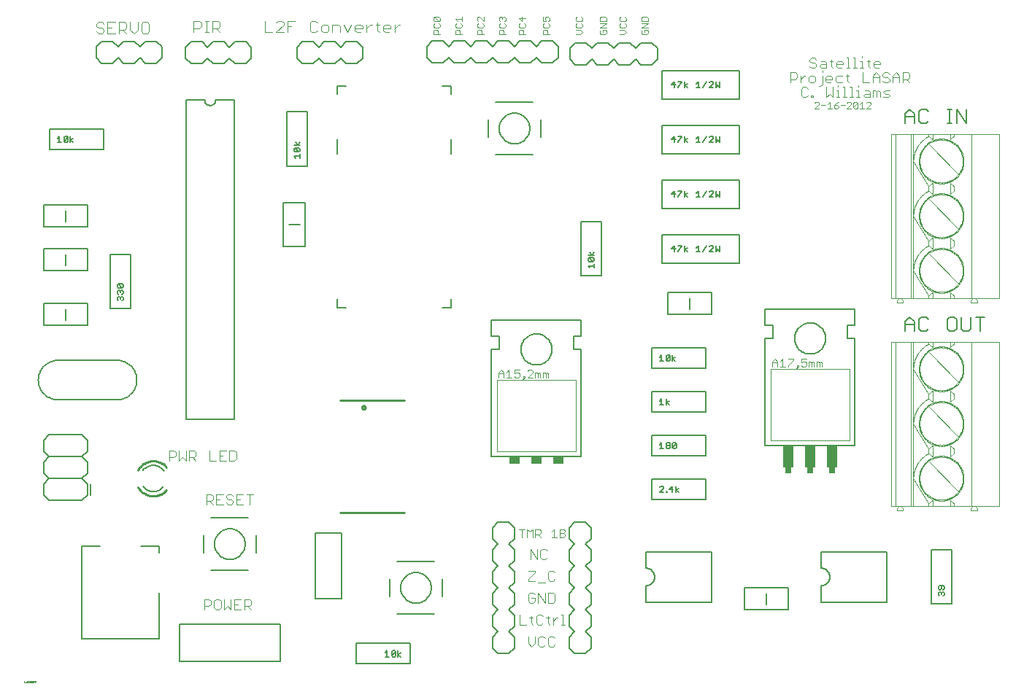
<source format=gto>
G75*
G70*
%OFA0B0*%
%FSLAX24Y24*%
%IPPOS*%
%LPD*%
%AMOC8*
5,1,8,0,0,1.08239X$1,22.5*
%
%ADD10C,0.0040*%
%ADD11C,0.0020*%
%ADD12R,0.0120X0.0010*%
%ADD13R,0.0030X0.0010*%
%ADD14R,0.0080X0.0010*%
%ADD15R,0.0020X0.0010*%
%ADD16R,0.0090X0.0010*%
%ADD17R,0.0100X0.0010*%
%ADD18R,0.0040X0.0010*%
%ADD19R,0.0050X0.0010*%
%ADD20R,0.0060X0.0010*%
%ADD21R,0.0010X0.0010*%
%ADD22C,0.0030*%
%ADD23C,0.0060*%
%ADD24C,0.0080*%
%ADD25C,0.0050*%
%ADD26C,0.0100*%
%ADD27R,0.0500X0.0350*%
%ADD28R,0.0300X0.0250*%
%ADD29R,0.0500X0.1000*%
D10*
X008921Y003621D02*
X008921Y004081D01*
X009151Y004081D01*
X009228Y004004D01*
X009228Y003851D01*
X009151Y003774D01*
X008921Y003774D01*
X009381Y003697D02*
X009458Y003621D01*
X009611Y003621D01*
X009688Y003697D01*
X009688Y004004D01*
X009611Y004081D01*
X009458Y004081D01*
X009381Y004004D01*
X009381Y003697D01*
X009841Y003621D02*
X009995Y003774D01*
X010148Y003621D01*
X010148Y004081D01*
X010302Y004081D02*
X010302Y003621D01*
X010609Y003621D01*
X010762Y003621D02*
X010762Y004081D01*
X010992Y004081D01*
X011069Y004004D01*
X011069Y003851D01*
X010992Y003774D01*
X010762Y003774D01*
X010916Y003774D02*
X011069Y003621D01*
X010455Y003851D02*
X010302Y003851D01*
X010302Y004081D02*
X010609Y004081D01*
X009841Y004081D02*
X009841Y003621D01*
X009788Y008421D02*
X009481Y008421D01*
X009481Y008881D01*
X009788Y008881D01*
X009941Y008804D02*
X009941Y008728D01*
X010018Y008651D01*
X010172Y008651D01*
X010248Y008574D01*
X010248Y008497D01*
X010172Y008421D01*
X010018Y008421D01*
X009941Y008497D01*
X009941Y008804D02*
X010018Y008881D01*
X010172Y008881D01*
X010248Y008804D01*
X010402Y008881D02*
X010402Y008421D01*
X010709Y008421D01*
X010555Y008651D02*
X010402Y008651D01*
X010402Y008881D02*
X010709Y008881D01*
X010862Y008881D02*
X011169Y008881D01*
X011016Y008881D02*
X011016Y008421D01*
X009635Y008651D02*
X009481Y008651D01*
X009328Y008651D02*
X009251Y008574D01*
X009021Y008574D01*
X009174Y008574D02*
X009328Y008421D01*
X009328Y008651D02*
X009328Y008804D01*
X009251Y008881D01*
X009021Y008881D01*
X009021Y008421D01*
X009162Y010421D02*
X009469Y010421D01*
X009623Y010421D02*
X009929Y010421D01*
X010083Y010421D02*
X010313Y010421D01*
X010390Y010497D01*
X010390Y010804D01*
X010313Y010881D01*
X010083Y010881D01*
X010083Y010421D01*
X009776Y010651D02*
X009623Y010651D01*
X009623Y010881D02*
X009623Y010421D01*
X009162Y010421D02*
X009162Y010881D01*
X009623Y010881D02*
X009929Y010881D01*
X008548Y010804D02*
X008548Y010651D01*
X008472Y010574D01*
X008241Y010574D01*
X008241Y010421D02*
X008241Y010881D01*
X008472Y010881D01*
X008548Y010804D01*
X008395Y010574D02*
X008548Y010421D01*
X008088Y010421D02*
X007935Y010574D01*
X007781Y010421D01*
X007781Y010881D01*
X007628Y010804D02*
X007551Y010881D01*
X007321Y010881D01*
X007321Y010421D01*
X007321Y010574D02*
X007551Y010574D01*
X007628Y010651D01*
X007628Y010804D01*
X008088Y010881D02*
X008088Y010421D01*
X022371Y014221D02*
X022371Y014454D01*
X022488Y014571D01*
X022604Y014454D01*
X022604Y014221D01*
X022730Y014221D02*
X022963Y014221D01*
X022847Y014221D02*
X022847Y014571D01*
X022730Y014454D01*
X022604Y014396D02*
X022371Y014396D01*
X023089Y014396D02*
X023206Y014454D01*
X023264Y014454D01*
X023322Y014396D01*
X023322Y014279D01*
X023264Y014221D01*
X023147Y014221D01*
X023089Y014279D01*
X023089Y014396D02*
X023089Y014571D01*
X023322Y014571D01*
X023506Y014279D02*
X023506Y014221D01*
X023565Y014221D01*
X023565Y014279D01*
X023506Y014279D01*
X023565Y014221D02*
X023448Y014104D01*
X023687Y014221D02*
X023921Y014454D01*
X023921Y014513D01*
X023863Y014571D01*
X023746Y014571D01*
X023687Y014513D01*
X023687Y014221D02*
X023921Y014221D01*
X024047Y014221D02*
X024047Y014454D01*
X024105Y014454D01*
X024163Y014396D01*
X024222Y014454D01*
X024280Y014396D01*
X024280Y014221D01*
X024163Y014221D02*
X024163Y014396D01*
X024406Y014454D02*
X024464Y014454D01*
X024522Y014396D01*
X024581Y014454D01*
X024639Y014396D01*
X024639Y014221D01*
X024522Y014221D02*
X024522Y014396D01*
X024406Y014454D02*
X024406Y014221D01*
X034871Y014721D02*
X034871Y014954D01*
X034988Y015071D01*
X035104Y014954D01*
X035104Y014721D01*
X035230Y014721D02*
X035463Y014721D01*
X035347Y014721D02*
X035347Y015071D01*
X035230Y014954D01*
X035104Y014896D02*
X034871Y014896D01*
X035589Y014779D02*
X035589Y014721D01*
X035589Y014779D02*
X035822Y015013D01*
X035822Y015071D01*
X035589Y015071D01*
X036006Y014779D02*
X036006Y014721D01*
X036065Y014721D01*
X036065Y014779D01*
X036006Y014779D01*
X036065Y014721D02*
X035948Y014604D01*
X036187Y014779D02*
X036246Y014721D01*
X036363Y014721D01*
X036421Y014779D01*
X036421Y014896D01*
X036363Y014954D01*
X036304Y014954D01*
X036187Y014896D01*
X036187Y015071D01*
X036421Y015071D01*
X036547Y014954D02*
X036547Y014721D01*
X036663Y014721D02*
X036663Y014896D01*
X036722Y014954D01*
X036780Y014896D01*
X036780Y014721D01*
X036906Y014721D02*
X036906Y014954D01*
X036964Y014954D01*
X037022Y014896D01*
X037081Y014954D01*
X037139Y014896D01*
X037139Y014721D01*
X037022Y014721D02*
X037022Y014896D01*
X036663Y014896D02*
X036605Y014954D01*
X036547Y014954D01*
X042025Y010986D02*
X042067Y011011D01*
X042067Y011012D02*
X042108Y011038D01*
X042148Y011065D01*
X042199Y011099D02*
X042199Y010616D01*
X042148Y010650D02*
X042108Y010677D01*
X042067Y010703D01*
X042025Y010729D02*
X042017Y010734D01*
X042009Y010738D01*
X042002Y010743D02*
X042002Y010972D01*
X041313Y012107D01*
X041313Y014607D01*
X042002Y013472D01*
X042002Y013243D01*
X042009Y013238D02*
X042017Y013234D01*
X042025Y013229D01*
X042067Y013203D02*
X042108Y013176D01*
X042148Y013150D01*
X042199Y013116D02*
X042199Y013599D01*
X042148Y013565D02*
X042108Y013538D01*
X042067Y013512D01*
X042025Y013486D02*
X042017Y013481D01*
X042009Y013477D01*
X042001Y012894D02*
X042001Y012894D01*
X043379Y011516D01*
X043345Y011472D01*
X043308Y011431D01*
X043269Y011392D01*
X043228Y011355D01*
X043185Y011321D01*
X043037Y011065D02*
X043078Y011038D01*
X043119Y011012D01*
X043161Y010986D02*
X043169Y010981D01*
X043176Y010977D01*
X043183Y010972D02*
X043183Y010743D01*
X043176Y010738D02*
X043169Y010734D01*
X043161Y010729D01*
X043119Y010703D02*
X043078Y010677D01*
X043037Y010650D01*
X042987Y010616D02*
X042987Y011099D01*
X042025Y010986D02*
X042017Y010981D01*
X042009Y010977D01*
X042001Y010394D02*
X043379Y009016D01*
X043185Y008821D02*
X043185Y008821D01*
X043037Y008565D02*
X043078Y008538D01*
X043119Y008512D01*
X043161Y008486D02*
X043169Y008481D01*
X043176Y008477D01*
X043183Y008472D02*
X043183Y008357D01*
X043982Y008357D01*
X043982Y015857D01*
X045073Y015857D01*
X045231Y015857D01*
X045231Y008357D01*
X045073Y008357D01*
X044170Y008357D01*
X044007Y008357D01*
X043982Y008357D01*
X044007Y008357D02*
X044007Y008307D01*
X043948Y008237D01*
X043948Y008133D01*
X044230Y008133D01*
X044230Y008237D01*
X044170Y008307D01*
X044170Y008357D01*
X043183Y008357D02*
X042987Y008357D01*
X042199Y008357D01*
X042199Y008599D01*
X042148Y008565D02*
X042108Y008538D01*
X042067Y008512D01*
X042025Y008486D02*
X042017Y008481D01*
X042009Y008477D01*
X042002Y008472D02*
X041313Y009607D01*
X041313Y012107D01*
X041315Y012177D01*
X041321Y012246D01*
X041330Y012316D01*
X041343Y012384D01*
X041360Y012452D01*
X041381Y012519D01*
X041405Y012584D01*
X041433Y012648D01*
X041464Y012711D01*
X041499Y012771D01*
X041537Y012830D01*
X041578Y012886D01*
X041622Y012941D01*
X041669Y012992D01*
X041718Y013041D01*
X041770Y013088D01*
X041825Y013131D01*
X041882Y013171D01*
X041941Y013209D01*
X042002Y013243D01*
X042987Y013116D02*
X042987Y013599D01*
X043037Y013565D02*
X043078Y013538D01*
X043119Y013512D01*
X043161Y013486D02*
X043169Y013481D01*
X043176Y013477D01*
X043183Y013472D02*
X043183Y013243D01*
X043176Y013238D02*
X043169Y013234D01*
X043161Y013229D01*
X043119Y013203D02*
X043078Y013176D01*
X043037Y013150D01*
X043379Y014016D02*
X042001Y015394D01*
X042001Y015394D01*
X042148Y015650D02*
X042108Y015677D01*
X042067Y015703D01*
X042025Y015729D02*
X042017Y015734D01*
X042009Y015738D01*
X042002Y015743D02*
X042002Y015857D01*
X041313Y015857D01*
X041313Y014607D01*
X041315Y014677D01*
X041321Y014746D01*
X041330Y014816D01*
X041343Y014884D01*
X041360Y014952D01*
X041381Y015019D01*
X041405Y015084D01*
X041433Y015148D01*
X041464Y015211D01*
X041499Y015271D01*
X041537Y015330D01*
X041578Y015386D01*
X041622Y015441D01*
X041669Y015492D01*
X041718Y015541D01*
X041770Y015588D01*
X041825Y015631D01*
X041882Y015671D01*
X041941Y015709D01*
X042002Y015743D01*
X042002Y015857D02*
X042199Y015857D01*
X042199Y015616D01*
X042199Y015857D02*
X042987Y015857D01*
X043183Y015857D01*
X043183Y015743D01*
X043176Y015738D02*
X043169Y015734D01*
X043161Y015729D01*
X043119Y015703D02*
X043078Y015676D01*
X043037Y015650D01*
X042987Y015616D02*
X042987Y015857D01*
X043183Y015857D02*
X043982Y015857D01*
X042986Y020117D02*
X043037Y020151D01*
X043037Y020150D02*
X043078Y020177D01*
X043119Y020203D01*
X043161Y020229D02*
X043169Y020234D01*
X043176Y020238D01*
X043183Y020243D02*
X043183Y020472D01*
X043176Y020477D02*
X043169Y020481D01*
X043161Y020486D01*
X043119Y020512D02*
X043078Y020538D01*
X043037Y020565D01*
X042987Y020599D02*
X042987Y020116D01*
X042199Y020116D02*
X042199Y020599D01*
X042148Y020565D02*
X042108Y020538D01*
X042067Y020512D01*
X042025Y020486D02*
X042017Y020481D01*
X042009Y020477D01*
X042002Y020472D02*
X041313Y021607D01*
X041313Y024107D01*
X042002Y022972D01*
X042002Y022743D01*
X042009Y022738D02*
X042017Y022734D01*
X042025Y022729D01*
X042067Y022703D02*
X042108Y022676D01*
X042148Y022650D01*
X042199Y022616D02*
X042199Y023099D01*
X042148Y023065D02*
X042108Y023038D01*
X042067Y023012D01*
X042025Y022986D02*
X042017Y022981D01*
X042009Y022977D01*
X042001Y022394D02*
X042001Y022394D01*
X043379Y021016D01*
X043345Y020972D01*
X043308Y020931D01*
X043269Y020892D01*
X043228Y020855D01*
X043185Y020821D01*
X043135Y020785D01*
X043082Y020753D01*
X043028Y020725D01*
X042973Y020699D01*
X042916Y020677D01*
X042857Y020659D01*
X042798Y020645D01*
X042738Y020634D01*
X042677Y020627D01*
X042616Y020623D01*
X042555Y020624D01*
X042494Y020628D01*
X042433Y020636D01*
X042373Y020648D01*
X042314Y020663D01*
X042256Y020683D01*
X042199Y020705D01*
X042143Y020732D01*
X042090Y020761D01*
X042038Y020794D01*
X041989Y020830D01*
X041942Y020869D01*
X041897Y020911D01*
X041855Y020956D01*
X041816Y021003D01*
X041780Y021052D01*
X041747Y021104D01*
X041718Y021157D01*
X041691Y021213D01*
X041669Y021270D01*
X041649Y021328D01*
X041634Y021387D01*
X041622Y021447D01*
X041614Y021508D01*
X041610Y021569D01*
X041609Y021630D01*
X041613Y021691D01*
X041620Y021752D01*
X041631Y021812D01*
X041645Y021871D01*
X041663Y021930D01*
X041685Y021987D01*
X041711Y022042D01*
X041739Y022096D01*
X041771Y022149D01*
X041807Y022199D01*
X041313Y021607D02*
X041313Y019107D01*
X042002Y017972D01*
X042002Y017857D01*
X042199Y017857D01*
X042199Y018099D01*
X042148Y018065D02*
X042108Y018038D01*
X042067Y018012D01*
X042025Y017986D02*
X042017Y017981D01*
X042009Y017977D01*
X042002Y017857D02*
X041313Y017857D01*
X041313Y019107D01*
X042001Y019894D02*
X043379Y018516D01*
X043185Y018321D02*
X043185Y018321D01*
X043037Y018065D02*
X043078Y018038D01*
X043119Y018012D01*
X043161Y017986D02*
X043169Y017981D01*
X043176Y017977D01*
X043183Y017972D02*
X043183Y017857D01*
X043982Y017857D01*
X043982Y025357D01*
X045073Y025357D01*
X045231Y025357D01*
X045231Y017857D01*
X045073Y017857D01*
X044170Y017857D01*
X044007Y017857D01*
X043982Y017857D01*
X044007Y017857D02*
X044007Y017807D01*
X043948Y017737D01*
X043948Y017633D01*
X044230Y017633D01*
X044230Y017737D01*
X044170Y017807D01*
X044170Y017857D01*
X043183Y017857D02*
X042987Y017857D01*
X042199Y017857D01*
X042987Y017857D02*
X042987Y018099D01*
X041569Y019107D02*
X041571Y019171D01*
X041577Y019234D01*
X041587Y019297D01*
X041601Y019359D01*
X041618Y019420D01*
X041640Y019480D01*
X041665Y019539D01*
X041693Y019596D01*
X041725Y019651D01*
X041761Y019704D01*
X041800Y019754D01*
X041841Y019802D01*
X041886Y019848D01*
X041933Y019890D01*
X041983Y019930D01*
X042036Y019966D01*
X042090Y019999D01*
X042147Y020029D01*
X042205Y020055D01*
X042264Y020077D01*
X042325Y020095D01*
X042387Y020110D01*
X042450Y020121D01*
X042513Y020128D01*
X042577Y020131D01*
X042641Y020130D01*
X042704Y020125D01*
X042767Y020116D01*
X042830Y020103D01*
X042891Y020087D01*
X042952Y020066D01*
X043010Y020042D01*
X043068Y020014D01*
X043123Y019983D01*
X043177Y019948D01*
X043228Y019910D01*
X043277Y019869D01*
X043323Y019825D01*
X043366Y019779D01*
X043406Y019729D01*
X043443Y019678D01*
X043477Y019624D01*
X043508Y019568D01*
X043534Y019510D01*
X043558Y019451D01*
X043577Y019390D01*
X043593Y019328D01*
X043605Y019266D01*
X043613Y019202D01*
X043617Y019139D01*
X043617Y019075D01*
X043613Y019012D01*
X043605Y018948D01*
X043593Y018886D01*
X043577Y018824D01*
X043558Y018763D01*
X043534Y018704D01*
X043508Y018646D01*
X043477Y018590D01*
X043443Y018536D01*
X043406Y018485D01*
X043366Y018435D01*
X043323Y018389D01*
X043277Y018345D01*
X043228Y018304D01*
X043177Y018266D01*
X043123Y018231D01*
X043068Y018200D01*
X043010Y018172D01*
X042952Y018148D01*
X042891Y018127D01*
X042830Y018111D01*
X042767Y018098D01*
X042704Y018089D01*
X042641Y018084D01*
X042577Y018083D01*
X042513Y018086D01*
X042450Y018093D01*
X042387Y018104D01*
X042325Y018119D01*
X042264Y018137D01*
X042205Y018159D01*
X042147Y018185D01*
X042090Y018215D01*
X042036Y018248D01*
X041983Y018284D01*
X041933Y018324D01*
X041886Y018366D01*
X041841Y018412D01*
X041800Y018460D01*
X041761Y018510D01*
X041725Y018563D01*
X041693Y018618D01*
X041665Y018675D01*
X041640Y018734D01*
X041618Y018794D01*
X041601Y018855D01*
X041587Y018917D01*
X041577Y018980D01*
X041571Y019043D01*
X041569Y019107D01*
X042001Y019893D02*
X042052Y019929D01*
X042104Y019961D01*
X042158Y019989D01*
X042213Y020015D01*
X042270Y020037D01*
X042329Y020055D01*
X042388Y020069D01*
X042448Y020080D01*
X042509Y020087D01*
X042570Y020091D01*
X042632Y020090D01*
X042693Y020086D01*
X042753Y020078D01*
X042813Y020066D01*
X042872Y020051D01*
X042930Y020031D01*
X042987Y020009D01*
X043043Y019982D01*
X043096Y019953D01*
X043148Y019920D01*
X043197Y019884D01*
X043244Y019845D01*
X043289Y019803D01*
X043331Y019758D01*
X043370Y019711D01*
X043406Y019662D01*
X043439Y019610D01*
X043468Y019557D01*
X043495Y019501D01*
X043517Y019444D01*
X043537Y019386D01*
X043552Y019327D01*
X043564Y019267D01*
X043572Y019207D01*
X043576Y019146D01*
X043577Y019084D01*
X043573Y019023D01*
X043566Y018962D01*
X043555Y018902D01*
X043541Y018843D01*
X043523Y018784D01*
X043501Y018727D01*
X043475Y018672D01*
X043447Y018618D01*
X043415Y018566D01*
X043379Y018515D01*
X043345Y018472D01*
X043308Y018431D01*
X043269Y018392D01*
X043228Y018355D01*
X043185Y018321D01*
X043185Y018322D02*
X043135Y018286D01*
X043082Y018254D01*
X043028Y018226D01*
X042973Y018200D01*
X042916Y018178D01*
X042857Y018160D01*
X042798Y018146D01*
X042738Y018135D01*
X042677Y018128D01*
X042616Y018124D01*
X042554Y018125D01*
X042493Y018129D01*
X042433Y018137D01*
X042373Y018149D01*
X042314Y018164D01*
X042256Y018184D01*
X042199Y018206D01*
X042143Y018233D01*
X042090Y018262D01*
X042038Y018295D01*
X041989Y018331D01*
X041942Y018370D01*
X041897Y018412D01*
X041855Y018457D01*
X041816Y018504D01*
X041780Y018553D01*
X041747Y018605D01*
X041718Y018658D01*
X041691Y018714D01*
X041669Y018771D01*
X041649Y018829D01*
X041634Y018888D01*
X041622Y018948D01*
X041614Y019008D01*
X041610Y019069D01*
X041609Y019131D01*
X041613Y019192D01*
X041620Y019253D01*
X041631Y019313D01*
X041645Y019372D01*
X041663Y019431D01*
X041685Y019488D01*
X041711Y019543D01*
X041739Y019597D01*
X041771Y019650D01*
X041807Y019700D01*
X042108Y020177D02*
X042067Y020203D01*
X042108Y020177D02*
X042148Y020150D01*
X042025Y020229D02*
X042017Y020234D01*
X042009Y020238D01*
X042002Y020243D02*
X042002Y020472D01*
X041569Y021607D02*
X041571Y021671D01*
X041577Y021734D01*
X041587Y021797D01*
X041601Y021859D01*
X041618Y021920D01*
X041640Y021980D01*
X041665Y022039D01*
X041693Y022096D01*
X041725Y022151D01*
X041761Y022204D01*
X041800Y022254D01*
X041841Y022302D01*
X041886Y022348D01*
X041933Y022390D01*
X041983Y022430D01*
X042036Y022466D01*
X042090Y022499D01*
X042147Y022529D01*
X042205Y022555D01*
X042264Y022577D01*
X042325Y022595D01*
X042387Y022610D01*
X042450Y022621D01*
X042513Y022628D01*
X042577Y022631D01*
X042641Y022630D01*
X042704Y022625D01*
X042767Y022616D01*
X042830Y022603D01*
X042891Y022587D01*
X042952Y022566D01*
X043010Y022542D01*
X043068Y022514D01*
X043123Y022483D01*
X043177Y022448D01*
X043228Y022410D01*
X043277Y022369D01*
X043323Y022325D01*
X043366Y022279D01*
X043406Y022229D01*
X043443Y022178D01*
X043477Y022124D01*
X043508Y022068D01*
X043534Y022010D01*
X043558Y021951D01*
X043577Y021890D01*
X043593Y021828D01*
X043605Y021766D01*
X043613Y021702D01*
X043617Y021639D01*
X043617Y021575D01*
X043613Y021512D01*
X043605Y021448D01*
X043593Y021386D01*
X043577Y021324D01*
X043558Y021263D01*
X043534Y021204D01*
X043508Y021146D01*
X043477Y021090D01*
X043443Y021036D01*
X043406Y020985D01*
X043366Y020935D01*
X043323Y020889D01*
X043277Y020845D01*
X043228Y020804D01*
X043177Y020766D01*
X043123Y020731D01*
X043068Y020700D01*
X043010Y020672D01*
X042952Y020648D01*
X042891Y020627D01*
X042830Y020611D01*
X042767Y020598D01*
X042704Y020589D01*
X042641Y020584D01*
X042577Y020583D01*
X042513Y020586D01*
X042450Y020593D01*
X042387Y020604D01*
X042325Y020619D01*
X042264Y020637D01*
X042205Y020659D01*
X042147Y020685D01*
X042090Y020715D01*
X042036Y020748D01*
X041983Y020784D01*
X041933Y020824D01*
X041886Y020866D01*
X041841Y020912D01*
X041800Y020960D01*
X041761Y021010D01*
X041725Y021063D01*
X041693Y021118D01*
X041665Y021175D01*
X041640Y021234D01*
X041618Y021294D01*
X041601Y021355D01*
X041587Y021417D01*
X041577Y021480D01*
X041571Y021543D01*
X041569Y021607D01*
X041313Y021607D02*
X041315Y021677D01*
X041321Y021746D01*
X041330Y021816D01*
X041343Y021884D01*
X041360Y021952D01*
X041381Y022019D01*
X041405Y022084D01*
X041433Y022148D01*
X041464Y022211D01*
X041499Y022271D01*
X041537Y022330D01*
X041578Y022386D01*
X041622Y022441D01*
X041669Y022492D01*
X041718Y022541D01*
X041770Y022588D01*
X041825Y022631D01*
X041882Y022671D01*
X041941Y022709D01*
X042002Y022743D01*
X042987Y022616D02*
X042987Y023099D01*
X043037Y023065D02*
X043078Y023038D01*
X043119Y023012D01*
X043161Y022986D02*
X043169Y022981D01*
X043176Y022977D01*
X043183Y022972D02*
X043183Y022743D01*
X043176Y022738D02*
X043169Y022734D01*
X043161Y022729D01*
X043119Y022703D02*
X043078Y022676D01*
X043037Y022650D01*
X043379Y023516D02*
X042001Y024894D01*
X042001Y024894D01*
X042148Y025150D02*
X042108Y025177D01*
X042067Y025203D01*
X042025Y025229D02*
X042017Y025234D01*
X042009Y025238D01*
X042002Y025243D02*
X042002Y025357D01*
X041313Y025357D01*
X041313Y024107D01*
X041315Y024177D01*
X041321Y024246D01*
X041330Y024316D01*
X041343Y024384D01*
X041360Y024452D01*
X041381Y024519D01*
X041405Y024584D01*
X041433Y024648D01*
X041464Y024711D01*
X041499Y024771D01*
X041537Y024830D01*
X041578Y024886D01*
X041622Y024941D01*
X041669Y024992D01*
X041718Y025041D01*
X041770Y025088D01*
X041825Y025131D01*
X041882Y025171D01*
X041941Y025209D01*
X042002Y025243D01*
X042002Y025357D02*
X042199Y025357D01*
X042199Y025116D01*
X042199Y025357D02*
X042987Y025357D01*
X043183Y025357D01*
X043183Y025243D01*
X043176Y025238D02*
X043169Y025234D01*
X043161Y025229D01*
X043119Y025203D02*
X043078Y025176D01*
X043037Y025150D01*
X042987Y025116D02*
X042987Y025357D01*
X043183Y025357D02*
X043982Y025357D01*
X042987Y023099D02*
X043038Y023065D01*
X043185Y023321D02*
X043228Y023355D01*
X043269Y023392D01*
X043308Y023431D01*
X043345Y023472D01*
X043379Y023516D01*
X041569Y024107D02*
X041571Y024171D01*
X041577Y024234D01*
X041587Y024297D01*
X041601Y024359D01*
X041618Y024420D01*
X041640Y024480D01*
X041665Y024539D01*
X041693Y024596D01*
X041725Y024651D01*
X041761Y024704D01*
X041800Y024754D01*
X041841Y024802D01*
X041886Y024848D01*
X041933Y024890D01*
X041983Y024930D01*
X042036Y024966D01*
X042090Y024999D01*
X042147Y025029D01*
X042205Y025055D01*
X042264Y025077D01*
X042325Y025095D01*
X042387Y025110D01*
X042450Y025121D01*
X042513Y025128D01*
X042577Y025131D01*
X042641Y025130D01*
X042704Y025125D01*
X042767Y025116D01*
X042830Y025103D01*
X042891Y025087D01*
X042952Y025066D01*
X043010Y025042D01*
X043068Y025014D01*
X043123Y024983D01*
X043177Y024948D01*
X043228Y024910D01*
X043277Y024869D01*
X043323Y024825D01*
X043366Y024779D01*
X043406Y024729D01*
X043443Y024678D01*
X043477Y024624D01*
X043508Y024568D01*
X043534Y024510D01*
X043558Y024451D01*
X043577Y024390D01*
X043593Y024328D01*
X043605Y024266D01*
X043613Y024202D01*
X043617Y024139D01*
X043617Y024075D01*
X043613Y024012D01*
X043605Y023948D01*
X043593Y023886D01*
X043577Y023824D01*
X043558Y023763D01*
X043534Y023704D01*
X043508Y023646D01*
X043477Y023590D01*
X043443Y023536D01*
X043406Y023485D01*
X043366Y023435D01*
X043323Y023389D01*
X043277Y023345D01*
X043228Y023304D01*
X043177Y023266D01*
X043123Y023231D01*
X043068Y023200D01*
X043010Y023172D01*
X042952Y023148D01*
X042891Y023127D01*
X042830Y023111D01*
X042767Y023098D01*
X042704Y023089D01*
X042641Y023084D01*
X042577Y023083D01*
X042513Y023086D01*
X042450Y023093D01*
X042387Y023104D01*
X042325Y023119D01*
X042264Y023137D01*
X042205Y023159D01*
X042147Y023185D01*
X042090Y023215D01*
X042036Y023248D01*
X041983Y023284D01*
X041933Y023324D01*
X041886Y023366D01*
X041841Y023412D01*
X041800Y023460D01*
X041761Y023510D01*
X041725Y023563D01*
X041693Y023618D01*
X041665Y023675D01*
X041640Y023734D01*
X041618Y023794D01*
X041601Y023855D01*
X041587Y023917D01*
X041577Y023980D01*
X041571Y024043D01*
X041569Y024107D01*
X041807Y024700D02*
X041841Y024743D01*
X041878Y024784D01*
X041917Y024823D01*
X041958Y024860D01*
X042001Y024894D01*
X041313Y025357D02*
X041194Y025357D01*
X040506Y025357D01*
X040309Y025357D01*
X040309Y017857D01*
X040506Y017857D01*
X040622Y017857D01*
X040785Y017857D01*
X041194Y017857D01*
X041313Y017857D01*
X041194Y017857D02*
X041194Y025357D01*
X040506Y025357D02*
X040506Y017857D01*
X040622Y017857D02*
X040622Y017807D01*
X040563Y017737D01*
X040563Y017633D01*
X040844Y017633D01*
X040844Y017737D01*
X040785Y017807D01*
X040785Y017857D01*
X042066Y013511D02*
X042025Y013486D01*
X043185Y013821D02*
X043228Y013855D01*
X043269Y013892D01*
X043308Y013931D01*
X043345Y013972D01*
X043379Y014016D01*
X041569Y014607D02*
X041571Y014671D01*
X041577Y014734D01*
X041587Y014797D01*
X041601Y014859D01*
X041618Y014920D01*
X041640Y014980D01*
X041665Y015039D01*
X041693Y015096D01*
X041725Y015151D01*
X041761Y015204D01*
X041800Y015254D01*
X041841Y015302D01*
X041886Y015348D01*
X041933Y015390D01*
X041983Y015430D01*
X042036Y015466D01*
X042090Y015499D01*
X042147Y015529D01*
X042205Y015555D01*
X042264Y015577D01*
X042325Y015595D01*
X042387Y015610D01*
X042450Y015621D01*
X042513Y015628D01*
X042577Y015631D01*
X042641Y015630D01*
X042704Y015625D01*
X042767Y015616D01*
X042830Y015603D01*
X042891Y015587D01*
X042952Y015566D01*
X043010Y015542D01*
X043068Y015514D01*
X043123Y015483D01*
X043177Y015448D01*
X043228Y015410D01*
X043277Y015369D01*
X043323Y015325D01*
X043366Y015279D01*
X043406Y015229D01*
X043443Y015178D01*
X043477Y015124D01*
X043508Y015068D01*
X043534Y015010D01*
X043558Y014951D01*
X043577Y014890D01*
X043593Y014828D01*
X043605Y014766D01*
X043613Y014702D01*
X043617Y014639D01*
X043617Y014575D01*
X043613Y014512D01*
X043605Y014448D01*
X043593Y014386D01*
X043577Y014324D01*
X043558Y014263D01*
X043534Y014204D01*
X043508Y014146D01*
X043477Y014090D01*
X043443Y014036D01*
X043406Y013985D01*
X043366Y013935D01*
X043323Y013889D01*
X043277Y013845D01*
X043228Y013804D01*
X043177Y013766D01*
X043123Y013731D01*
X043068Y013700D01*
X043010Y013672D01*
X042952Y013648D01*
X042891Y013627D01*
X042830Y013611D01*
X042767Y013598D01*
X042704Y013589D01*
X042641Y013584D01*
X042577Y013583D01*
X042513Y013586D01*
X042450Y013593D01*
X042387Y013604D01*
X042325Y013619D01*
X042264Y013637D01*
X042205Y013659D01*
X042147Y013685D01*
X042090Y013715D01*
X042036Y013748D01*
X041983Y013784D01*
X041933Y013824D01*
X041886Y013866D01*
X041841Y013912D01*
X041800Y013960D01*
X041761Y014010D01*
X041725Y014063D01*
X041693Y014118D01*
X041665Y014175D01*
X041640Y014234D01*
X041618Y014294D01*
X041601Y014355D01*
X041587Y014417D01*
X041577Y014480D01*
X041571Y014543D01*
X041569Y014607D01*
X041807Y015200D02*
X041841Y015243D01*
X041878Y015284D01*
X041917Y015323D01*
X041958Y015360D01*
X042001Y015394D01*
X041313Y015857D02*
X041194Y015857D01*
X040506Y015857D01*
X040309Y015857D01*
X040309Y008357D01*
X040506Y008357D01*
X040622Y008357D01*
X040785Y008357D01*
X041194Y008357D01*
X041313Y008357D01*
X041313Y009607D01*
X042001Y010393D02*
X042052Y010429D01*
X042104Y010461D01*
X042158Y010489D01*
X042213Y010515D01*
X042270Y010537D01*
X042329Y010555D01*
X042388Y010569D01*
X042448Y010580D01*
X042509Y010587D01*
X042570Y010591D01*
X042632Y010590D01*
X042693Y010586D01*
X042753Y010578D01*
X042813Y010566D01*
X042872Y010551D01*
X042930Y010531D01*
X042987Y010509D01*
X043043Y010482D01*
X043096Y010453D01*
X043148Y010420D01*
X043197Y010384D01*
X043244Y010345D01*
X043289Y010303D01*
X043331Y010258D01*
X043370Y010211D01*
X043406Y010162D01*
X043439Y010110D01*
X043468Y010057D01*
X043495Y010001D01*
X043517Y009944D01*
X043537Y009886D01*
X043552Y009827D01*
X043564Y009767D01*
X043572Y009707D01*
X043576Y009646D01*
X043577Y009584D01*
X043573Y009523D01*
X043566Y009462D01*
X043555Y009402D01*
X043541Y009343D01*
X043523Y009284D01*
X043501Y009227D01*
X043475Y009172D01*
X043447Y009118D01*
X043415Y009066D01*
X043379Y009015D01*
X043345Y008972D01*
X043308Y008931D01*
X043269Y008892D01*
X043228Y008855D01*
X043185Y008821D01*
X042987Y008599D02*
X042987Y008357D01*
X042199Y008357D02*
X042002Y008357D01*
X042002Y008472D01*
X042002Y008357D02*
X041313Y008357D01*
X041194Y008357D02*
X041194Y015857D01*
X040506Y015857D02*
X040506Y008357D01*
X040622Y008357D02*
X040622Y008307D01*
X040563Y008237D01*
X040563Y008133D01*
X040844Y008133D01*
X040844Y008237D01*
X040785Y008307D01*
X040785Y008357D01*
X042199Y010616D02*
X042148Y010650D01*
X042001Y010394D02*
X041958Y010360D01*
X041917Y010323D01*
X041878Y010284D01*
X041841Y010243D01*
X041807Y010199D01*
X042003Y010743D02*
X041942Y010709D01*
X041883Y010672D01*
X041826Y010631D01*
X041771Y010588D01*
X041719Y010542D01*
X041669Y010493D01*
X041622Y010441D01*
X041578Y010387D01*
X041537Y010330D01*
X041500Y010272D01*
X041465Y010211D01*
X041434Y010149D01*
X041406Y010085D01*
X041382Y010019D01*
X041361Y009953D01*
X041344Y009885D01*
X041331Y009816D01*
X041322Y009747D01*
X041316Y009678D01*
X041314Y009608D01*
X041569Y009607D02*
X041571Y009671D01*
X041577Y009734D01*
X041587Y009797D01*
X041601Y009859D01*
X041618Y009920D01*
X041640Y009980D01*
X041665Y010039D01*
X041693Y010096D01*
X041725Y010151D01*
X041761Y010204D01*
X041800Y010254D01*
X041841Y010302D01*
X041886Y010348D01*
X041933Y010390D01*
X041983Y010430D01*
X042036Y010466D01*
X042090Y010499D01*
X042147Y010529D01*
X042205Y010555D01*
X042264Y010577D01*
X042325Y010595D01*
X042387Y010610D01*
X042450Y010621D01*
X042513Y010628D01*
X042577Y010631D01*
X042641Y010630D01*
X042704Y010625D01*
X042767Y010616D01*
X042830Y010603D01*
X042891Y010587D01*
X042952Y010566D01*
X043010Y010542D01*
X043068Y010514D01*
X043123Y010483D01*
X043177Y010448D01*
X043228Y010410D01*
X043277Y010369D01*
X043323Y010325D01*
X043366Y010279D01*
X043406Y010229D01*
X043443Y010178D01*
X043477Y010124D01*
X043508Y010068D01*
X043534Y010010D01*
X043558Y009951D01*
X043577Y009890D01*
X043593Y009828D01*
X043605Y009766D01*
X043613Y009702D01*
X043617Y009639D01*
X043617Y009575D01*
X043613Y009512D01*
X043605Y009448D01*
X043593Y009386D01*
X043577Y009324D01*
X043558Y009263D01*
X043534Y009204D01*
X043508Y009146D01*
X043477Y009090D01*
X043443Y009036D01*
X043406Y008985D01*
X043366Y008935D01*
X043323Y008889D01*
X043277Y008845D01*
X043228Y008804D01*
X043177Y008766D01*
X043123Y008731D01*
X043068Y008700D01*
X043010Y008672D01*
X042952Y008648D01*
X042891Y008627D01*
X042830Y008611D01*
X042767Y008598D01*
X042704Y008589D01*
X042641Y008584D01*
X042577Y008583D01*
X042513Y008586D01*
X042450Y008593D01*
X042387Y008604D01*
X042325Y008619D01*
X042264Y008637D01*
X042205Y008659D01*
X042147Y008685D01*
X042090Y008715D01*
X042036Y008748D01*
X041983Y008784D01*
X041933Y008824D01*
X041886Y008866D01*
X041841Y008912D01*
X041800Y008960D01*
X041761Y009010D01*
X041725Y009063D01*
X041693Y009118D01*
X041665Y009175D01*
X041640Y009234D01*
X041618Y009294D01*
X041601Y009355D01*
X041587Y009417D01*
X041577Y009480D01*
X041571Y009543D01*
X041569Y009607D01*
X041807Y010200D02*
X041771Y010150D01*
X041739Y010097D01*
X041711Y010043D01*
X041685Y009988D01*
X041663Y009931D01*
X041645Y009872D01*
X041631Y009813D01*
X041620Y009753D01*
X041613Y009692D01*
X041609Y009631D01*
X041610Y009569D01*
X041614Y009508D01*
X041622Y009448D01*
X041634Y009388D01*
X041649Y009329D01*
X041669Y009271D01*
X041691Y009214D01*
X041718Y009158D01*
X041747Y009105D01*
X041780Y009053D01*
X041816Y009004D01*
X041855Y008957D01*
X041897Y008912D01*
X041942Y008870D01*
X041989Y008831D01*
X042038Y008795D01*
X042090Y008762D01*
X042143Y008733D01*
X042199Y008706D01*
X042256Y008684D01*
X042314Y008664D01*
X042373Y008649D01*
X042433Y008637D01*
X042493Y008629D01*
X042554Y008625D01*
X042616Y008624D01*
X042677Y008628D01*
X042738Y008635D01*
X042798Y008646D01*
X042857Y008660D01*
X042916Y008678D01*
X042973Y008700D01*
X043028Y008726D01*
X043082Y008754D01*
X043135Y008786D01*
X043185Y008822D01*
X042986Y013116D02*
X043037Y013150D01*
X042001Y012894D02*
X041958Y012860D01*
X041917Y012823D01*
X041878Y012784D01*
X041841Y012743D01*
X041807Y012700D01*
X041569Y012107D02*
X041571Y012171D01*
X041577Y012234D01*
X041587Y012297D01*
X041601Y012359D01*
X041618Y012420D01*
X041640Y012480D01*
X041665Y012539D01*
X041693Y012596D01*
X041725Y012651D01*
X041761Y012704D01*
X041800Y012754D01*
X041841Y012802D01*
X041886Y012848D01*
X041933Y012890D01*
X041983Y012930D01*
X042036Y012966D01*
X042090Y012999D01*
X042147Y013029D01*
X042205Y013055D01*
X042264Y013077D01*
X042325Y013095D01*
X042387Y013110D01*
X042450Y013121D01*
X042513Y013128D01*
X042577Y013131D01*
X042641Y013130D01*
X042704Y013125D01*
X042767Y013116D01*
X042830Y013103D01*
X042891Y013087D01*
X042952Y013066D01*
X043010Y013042D01*
X043068Y013014D01*
X043123Y012983D01*
X043177Y012948D01*
X043228Y012910D01*
X043277Y012869D01*
X043323Y012825D01*
X043366Y012779D01*
X043406Y012729D01*
X043443Y012678D01*
X043477Y012624D01*
X043508Y012568D01*
X043534Y012510D01*
X043558Y012451D01*
X043577Y012390D01*
X043593Y012328D01*
X043605Y012266D01*
X043613Y012202D01*
X043617Y012139D01*
X043617Y012075D01*
X043613Y012012D01*
X043605Y011948D01*
X043593Y011886D01*
X043577Y011824D01*
X043558Y011763D01*
X043534Y011704D01*
X043508Y011646D01*
X043477Y011590D01*
X043443Y011536D01*
X043406Y011485D01*
X043366Y011435D01*
X043323Y011389D01*
X043277Y011345D01*
X043228Y011304D01*
X043177Y011266D01*
X043123Y011231D01*
X043068Y011200D01*
X043010Y011172D01*
X042952Y011148D01*
X042891Y011127D01*
X042830Y011111D01*
X042767Y011098D01*
X042704Y011089D01*
X042641Y011084D01*
X042577Y011083D01*
X042513Y011086D01*
X042450Y011093D01*
X042387Y011104D01*
X042325Y011119D01*
X042264Y011137D01*
X042205Y011159D01*
X042147Y011185D01*
X042090Y011215D01*
X042036Y011248D01*
X041983Y011284D01*
X041933Y011324D01*
X041886Y011366D01*
X041841Y011412D01*
X041800Y011460D01*
X041761Y011510D01*
X041725Y011563D01*
X041693Y011618D01*
X041665Y011675D01*
X041640Y011734D01*
X041618Y011794D01*
X041601Y011855D01*
X041587Y011917D01*
X041577Y011980D01*
X041571Y012043D01*
X041569Y012107D01*
X041807Y012699D02*
X041771Y012649D01*
X041739Y012596D01*
X041711Y012542D01*
X041685Y012487D01*
X041663Y012430D01*
X041645Y012371D01*
X041631Y012312D01*
X041620Y012252D01*
X041613Y012191D01*
X041609Y012130D01*
X041610Y012069D01*
X041614Y012008D01*
X041622Y011947D01*
X041634Y011887D01*
X041649Y011828D01*
X041669Y011770D01*
X041691Y011713D01*
X041718Y011657D01*
X041747Y011604D01*
X041780Y011552D01*
X041816Y011503D01*
X041855Y011456D01*
X041897Y011411D01*
X041942Y011369D01*
X041989Y011330D01*
X042038Y011294D01*
X042090Y011261D01*
X042143Y011232D01*
X042199Y011205D01*
X042256Y011183D01*
X042314Y011163D01*
X042373Y011148D01*
X042433Y011136D01*
X042494Y011128D01*
X042555Y011124D01*
X042616Y011123D01*
X042677Y011127D01*
X042738Y011134D01*
X042798Y011145D01*
X042857Y011159D01*
X042916Y011177D01*
X042973Y011199D01*
X043028Y011225D01*
X043082Y011253D01*
X043135Y011285D01*
X043185Y011321D01*
X043379Y011515D02*
X043415Y011565D01*
X043447Y011618D01*
X043475Y011672D01*
X043501Y011727D01*
X043523Y011784D01*
X043541Y011843D01*
X043555Y011902D01*
X043566Y011962D01*
X043573Y012023D01*
X043577Y012084D01*
X043576Y012146D01*
X043572Y012207D01*
X043564Y012267D01*
X043552Y012327D01*
X043537Y012386D01*
X043517Y012444D01*
X043495Y012501D01*
X043468Y012557D01*
X043439Y012610D01*
X043406Y012662D01*
X043370Y012711D01*
X043331Y012758D01*
X043289Y012803D01*
X043244Y012845D01*
X043197Y012884D01*
X043148Y012920D01*
X043096Y012953D01*
X043043Y012982D01*
X042987Y013009D01*
X042930Y013031D01*
X042872Y013051D01*
X042813Y013066D01*
X042753Y013078D01*
X042693Y013086D01*
X042632Y013090D01*
X042570Y013091D01*
X042509Y013087D01*
X042448Y013080D01*
X042388Y013069D01*
X042329Y013055D01*
X042270Y013037D01*
X042213Y013015D01*
X042158Y012989D01*
X042104Y012961D01*
X042051Y012929D01*
X042001Y012893D01*
X042199Y015616D02*
X042148Y015650D01*
X042001Y015393D02*
X042051Y015429D01*
X042104Y015461D01*
X042158Y015489D01*
X042213Y015515D01*
X042270Y015537D01*
X042329Y015555D01*
X042388Y015569D01*
X042448Y015580D01*
X042509Y015587D01*
X042570Y015591D01*
X042632Y015590D01*
X042693Y015586D01*
X042753Y015578D01*
X042813Y015566D01*
X042872Y015551D01*
X042930Y015531D01*
X042987Y015509D01*
X043043Y015482D01*
X043096Y015453D01*
X043148Y015420D01*
X043197Y015384D01*
X043244Y015345D01*
X043289Y015303D01*
X043331Y015258D01*
X043370Y015211D01*
X043406Y015162D01*
X043439Y015110D01*
X043468Y015057D01*
X043495Y015001D01*
X043517Y014944D01*
X043537Y014886D01*
X043552Y014827D01*
X043564Y014767D01*
X043572Y014707D01*
X043576Y014646D01*
X043577Y014584D01*
X043573Y014523D01*
X043566Y014462D01*
X043555Y014402D01*
X043541Y014343D01*
X043523Y014284D01*
X043501Y014227D01*
X043475Y014172D01*
X043447Y014118D01*
X043415Y014065D01*
X043379Y014015D01*
X043185Y013821D02*
X043135Y013785D01*
X043082Y013753D01*
X043028Y013725D01*
X042973Y013699D01*
X042916Y013677D01*
X042857Y013659D01*
X042798Y013645D01*
X042738Y013634D01*
X042677Y013627D01*
X042616Y013623D01*
X042555Y013624D01*
X042494Y013628D01*
X042433Y013636D01*
X042373Y013648D01*
X042314Y013663D01*
X042256Y013683D01*
X042199Y013705D01*
X042143Y013732D01*
X042090Y013761D01*
X042038Y013794D01*
X041989Y013830D01*
X041942Y013869D01*
X041897Y013911D01*
X041855Y013956D01*
X041816Y014003D01*
X041780Y014052D01*
X041747Y014104D01*
X041718Y014157D01*
X041691Y014213D01*
X041669Y014270D01*
X041649Y014328D01*
X041634Y014387D01*
X041622Y014447D01*
X041614Y014508D01*
X041610Y014569D01*
X041609Y014630D01*
X041613Y014691D01*
X041620Y014752D01*
X041631Y014812D01*
X041645Y014871D01*
X041663Y014930D01*
X041685Y014987D01*
X041711Y015042D01*
X041739Y015096D01*
X041771Y015149D01*
X041807Y015199D01*
X042199Y011099D02*
X042148Y011065D01*
X042199Y008598D02*
X042148Y008564D01*
X042199Y013116D02*
X042148Y013150D01*
X042066Y008511D02*
X042025Y008486D01*
X042067Y013203D02*
X042025Y013229D01*
X042067Y015703D02*
X042025Y015729D01*
X042199Y020116D02*
X042148Y020150D01*
X042001Y019894D02*
X041958Y019860D01*
X041917Y019823D01*
X041878Y019784D01*
X041841Y019743D01*
X041807Y019699D01*
X042003Y020243D02*
X041942Y020209D01*
X041883Y020172D01*
X041826Y020131D01*
X041771Y020088D01*
X041719Y020042D01*
X041669Y019993D01*
X041622Y019941D01*
X041578Y019887D01*
X041537Y019830D01*
X041500Y019772D01*
X041465Y019711D01*
X041434Y019649D01*
X041406Y019585D01*
X041382Y019519D01*
X041361Y019453D01*
X041344Y019385D01*
X041331Y019316D01*
X041322Y019247D01*
X041316Y019178D01*
X041314Y019108D01*
X042199Y022616D02*
X042148Y022650D01*
X042001Y022394D02*
X041958Y022360D01*
X041917Y022323D01*
X041878Y022284D01*
X041841Y022243D01*
X041807Y022200D01*
X042001Y022393D02*
X042051Y022429D01*
X042104Y022461D01*
X042158Y022489D01*
X042213Y022515D01*
X042270Y022537D01*
X042329Y022555D01*
X042388Y022569D01*
X042448Y022580D01*
X042509Y022587D01*
X042570Y022591D01*
X042632Y022590D01*
X042693Y022586D01*
X042753Y022578D01*
X042813Y022566D01*
X042872Y022551D01*
X042930Y022531D01*
X042987Y022509D01*
X043043Y022482D01*
X043096Y022453D01*
X043148Y022420D01*
X043197Y022384D01*
X043244Y022345D01*
X043289Y022303D01*
X043331Y022258D01*
X043370Y022211D01*
X043406Y022162D01*
X043439Y022110D01*
X043468Y022057D01*
X043495Y022001D01*
X043517Y021944D01*
X043537Y021886D01*
X043552Y021827D01*
X043564Y021767D01*
X043572Y021707D01*
X043576Y021646D01*
X043577Y021584D01*
X043573Y021523D01*
X043566Y021462D01*
X043555Y021402D01*
X043541Y021343D01*
X043523Y021284D01*
X043501Y021227D01*
X043475Y021172D01*
X043447Y021118D01*
X043415Y021065D01*
X043379Y021015D01*
X042987Y018099D02*
X043038Y018065D01*
X042987Y013599D02*
X043038Y013565D01*
X042987Y011099D02*
X043038Y011065D01*
X042987Y008599D02*
X043038Y008565D01*
X042986Y010617D02*
X043037Y010651D01*
X042987Y015616D02*
X043038Y015650D01*
X043120Y020204D02*
X043161Y020229D01*
X042986Y022616D02*
X043037Y022650D01*
X042987Y025116D02*
X043038Y025150D01*
X042001Y024893D02*
X042051Y024929D01*
X042104Y024961D01*
X042158Y024989D01*
X042213Y025015D01*
X042270Y025037D01*
X042329Y025055D01*
X042388Y025069D01*
X042448Y025080D01*
X042509Y025087D01*
X042570Y025091D01*
X042632Y025090D01*
X042693Y025086D01*
X042753Y025078D01*
X042813Y025066D01*
X042872Y025051D01*
X042930Y025031D01*
X042987Y025009D01*
X043043Y024982D01*
X043096Y024953D01*
X043148Y024920D01*
X043197Y024884D01*
X043244Y024845D01*
X043289Y024803D01*
X043331Y024758D01*
X043370Y024711D01*
X043406Y024662D01*
X043439Y024610D01*
X043468Y024557D01*
X043495Y024501D01*
X043517Y024444D01*
X043537Y024386D01*
X043552Y024327D01*
X043564Y024267D01*
X043572Y024207D01*
X043576Y024146D01*
X043577Y024084D01*
X043573Y024023D01*
X043566Y023962D01*
X043555Y023902D01*
X043541Y023843D01*
X043523Y023784D01*
X043501Y023727D01*
X043475Y023672D01*
X043447Y023618D01*
X043415Y023565D01*
X043379Y023515D01*
X043185Y023321D02*
X043135Y023285D01*
X043082Y023253D01*
X043028Y023225D01*
X042973Y023199D01*
X042916Y023177D01*
X042857Y023159D01*
X042798Y023145D01*
X042738Y023134D01*
X042677Y023127D01*
X042616Y023123D01*
X042555Y023124D01*
X042494Y023128D01*
X042433Y023136D01*
X042373Y023148D01*
X042314Y023163D01*
X042256Y023183D01*
X042199Y023205D01*
X042143Y023232D01*
X042090Y023261D01*
X042038Y023294D01*
X041989Y023330D01*
X041942Y023369D01*
X041897Y023411D01*
X041855Y023456D01*
X041816Y023503D01*
X041780Y023552D01*
X041747Y023604D01*
X041718Y023657D01*
X041691Y023713D01*
X041669Y023770D01*
X041649Y023828D01*
X041634Y023887D01*
X041622Y023947D01*
X041614Y024008D01*
X041610Y024069D01*
X041609Y024130D01*
X041613Y024191D01*
X041620Y024252D01*
X041631Y024312D01*
X041645Y024371D01*
X041663Y024430D01*
X041685Y024487D01*
X041711Y024542D01*
X041739Y024596D01*
X041771Y024649D01*
X041807Y024699D01*
X042199Y020599D02*
X042148Y020565D01*
X042199Y018098D02*
X042148Y018064D01*
X042199Y013599D02*
X042148Y013565D01*
X043119Y008512D02*
X043160Y008486D01*
X043120Y013204D02*
X043161Y013229D01*
X043119Y015703D02*
X043160Y015729D01*
X043119Y011012D02*
X043161Y010986D01*
X043161Y010729D02*
X043120Y010704D01*
X042067Y010703D02*
X042025Y010729D01*
X042067Y020203D02*
X042025Y020229D01*
X042199Y025116D02*
X042148Y025150D01*
X042199Y023099D02*
X042148Y023065D01*
X042066Y018011D02*
X042025Y017986D01*
X042067Y022703D02*
X042025Y022729D01*
X042067Y025203D02*
X042025Y025229D01*
X042067Y020511D02*
X042025Y020486D01*
X043119Y025203D02*
X043160Y025229D01*
X042987Y020599D02*
X043038Y020565D01*
X043119Y018012D02*
X043160Y017986D01*
X043119Y013511D02*
X043161Y013486D01*
X043120Y022704D02*
X043161Y022729D01*
X043119Y020512D02*
X043161Y020486D01*
X043161Y022986D02*
X043119Y023011D01*
X042066Y023011D02*
X042025Y022986D01*
X040175Y027035D02*
X040252Y027111D01*
X040175Y027188D01*
X040022Y027188D01*
X039945Y027265D01*
X040022Y027342D01*
X040252Y027342D01*
X040175Y027035D02*
X039945Y027035D01*
X039792Y027035D02*
X039792Y027265D01*
X039715Y027342D01*
X039638Y027265D01*
X039638Y027035D01*
X039485Y027035D02*
X039485Y027342D01*
X039562Y027342D01*
X039638Y027265D01*
X039331Y027265D02*
X039331Y027035D01*
X039101Y027035D01*
X039025Y027111D01*
X039101Y027188D01*
X039331Y027188D01*
X039331Y027265D02*
X039255Y027342D01*
X039101Y027342D01*
X038794Y027342D02*
X038794Y027035D01*
X038718Y027035D02*
X038871Y027035D01*
X038564Y027035D02*
X038411Y027035D01*
X038487Y027035D02*
X038487Y027495D01*
X038411Y027495D01*
X038380Y027699D02*
X038303Y027775D01*
X038303Y028082D01*
X038227Y028006D02*
X038380Y028006D01*
X038073Y028006D02*
X037843Y028006D01*
X037766Y027929D01*
X037766Y027775D01*
X037843Y027699D01*
X038073Y027699D01*
X038104Y027495D02*
X038181Y027495D01*
X038181Y027035D01*
X038257Y027035D02*
X038104Y027035D01*
X037950Y027035D02*
X037797Y027035D01*
X037874Y027035D02*
X037874Y027342D01*
X037797Y027342D01*
X037874Y027495D02*
X037874Y027572D01*
X037644Y027495D02*
X037644Y027035D01*
X037490Y027188D01*
X037337Y027035D01*
X037337Y027495D01*
X037383Y027699D02*
X037306Y027775D01*
X037306Y027929D01*
X037383Y028006D01*
X037536Y028006D01*
X037613Y027929D01*
X037613Y027852D01*
X037306Y027852D01*
X037383Y027699D02*
X037536Y027699D01*
X037153Y027622D02*
X037153Y028006D01*
X037153Y028159D02*
X037153Y028236D01*
X037115Y028373D02*
X037038Y028449D01*
X037115Y028526D01*
X037345Y028526D01*
X037345Y028603D02*
X037345Y028373D01*
X037115Y028373D01*
X036885Y028449D02*
X036808Y028373D01*
X036654Y028373D01*
X036578Y028449D01*
X036654Y028603D02*
X036808Y028603D01*
X036885Y028526D01*
X036885Y028449D01*
X036654Y028603D02*
X036578Y028680D01*
X036578Y028756D01*
X036654Y028833D01*
X036808Y028833D01*
X036885Y028756D01*
X037115Y028680D02*
X037268Y028680D01*
X037345Y028603D01*
X037499Y028680D02*
X037652Y028680D01*
X037575Y028756D02*
X037575Y028449D01*
X037652Y028373D01*
X037805Y028449D02*
X037805Y028603D01*
X037882Y028680D01*
X038036Y028680D01*
X038112Y028603D01*
X038112Y028526D01*
X037805Y028526D01*
X037805Y028449D02*
X037882Y028373D01*
X038036Y028373D01*
X038266Y028373D02*
X038419Y028373D01*
X038342Y028373D02*
X038342Y028833D01*
X038266Y028833D01*
X038573Y028833D02*
X038649Y028833D01*
X038649Y028373D01*
X038573Y028373D02*
X038726Y028373D01*
X038880Y028373D02*
X039033Y028373D01*
X038956Y028373D02*
X038956Y028680D01*
X038880Y028680D01*
X038956Y028833D02*
X038956Y028910D01*
X039186Y028680D02*
X039340Y028680D01*
X039263Y028756D02*
X039263Y028449D01*
X039340Y028373D01*
X039493Y028449D02*
X039493Y028603D01*
X039570Y028680D01*
X039723Y028680D01*
X039800Y028603D01*
X039800Y028526D01*
X039493Y028526D01*
X039493Y028449D02*
X039570Y028373D01*
X039723Y028373D01*
X039608Y028159D02*
X039761Y028006D01*
X039761Y027699D01*
X039915Y027775D02*
X039991Y027699D01*
X040145Y027699D01*
X040222Y027775D01*
X040222Y027852D01*
X040145Y027929D01*
X039991Y027929D01*
X039915Y028006D01*
X039915Y028082D01*
X039991Y028159D01*
X040145Y028159D01*
X040222Y028082D01*
X040375Y028006D02*
X040528Y028159D01*
X040682Y028006D01*
X040682Y027699D01*
X040835Y027699D02*
X040835Y028159D01*
X041066Y028159D01*
X041142Y028082D01*
X041142Y027929D01*
X041066Y027852D01*
X040835Y027852D01*
X040989Y027852D02*
X041142Y027699D01*
X040682Y027929D02*
X040375Y027929D01*
X040375Y028006D02*
X040375Y027699D01*
X039761Y027929D02*
X039454Y027929D01*
X039454Y028006D02*
X039454Y027699D01*
X039301Y027699D02*
X038994Y027699D01*
X038994Y028159D01*
X039454Y028006D02*
X039608Y028159D01*
X038794Y027572D02*
X038794Y027495D01*
X038794Y027342D02*
X038718Y027342D01*
X037153Y027622D02*
X037076Y027545D01*
X036999Y027545D01*
X036769Y027699D02*
X036846Y027775D01*
X036846Y027929D01*
X036769Y028006D01*
X036615Y028006D01*
X036539Y027929D01*
X036539Y027775D01*
X036615Y027699D01*
X036769Y027699D01*
X036493Y027418D02*
X036416Y027495D01*
X036262Y027495D01*
X036186Y027418D01*
X036186Y027111D01*
X036262Y027035D01*
X036416Y027035D01*
X036493Y027111D01*
X036646Y027111D02*
X036723Y027111D01*
X036723Y027035D01*
X036646Y027035D01*
X036646Y027111D01*
X036155Y027699D02*
X036155Y028006D01*
X036309Y028006D02*
X036385Y028006D01*
X036309Y028006D02*
X036155Y027852D01*
X036002Y027929D02*
X036002Y028082D01*
X035925Y028159D01*
X035695Y028159D01*
X035695Y027699D01*
X035695Y027852D02*
X035925Y027852D01*
X036002Y027929D01*
X017881Y030348D02*
X017794Y030348D01*
X017621Y030174D01*
X017452Y030174D02*
X017105Y030174D01*
X017105Y030088D02*
X017105Y030261D01*
X017192Y030348D01*
X017365Y030348D01*
X017452Y030261D01*
X017452Y030174D01*
X017365Y030001D02*
X017192Y030001D01*
X017105Y030088D01*
X016935Y030001D02*
X016848Y030088D01*
X016848Y030434D01*
X016761Y030348D02*
X016935Y030348D01*
X016592Y030348D02*
X016505Y030348D01*
X016331Y030174D01*
X016163Y030174D02*
X015816Y030174D01*
X015816Y030088D02*
X015816Y030261D01*
X015903Y030348D01*
X016076Y030348D01*
X016163Y030261D01*
X016163Y030174D01*
X016076Y030001D02*
X015903Y030001D01*
X015816Y030088D01*
X015647Y030348D02*
X015474Y030001D01*
X015300Y030348D01*
X015131Y030261D02*
X015131Y030001D01*
X015131Y030261D02*
X015045Y030348D01*
X014785Y030348D01*
X014785Y030001D01*
X014616Y030088D02*
X014616Y030261D01*
X014529Y030348D01*
X014356Y030348D01*
X014269Y030261D01*
X014269Y030088D01*
X014356Y030001D01*
X014529Y030001D01*
X014616Y030088D01*
X014100Y030088D02*
X014014Y030001D01*
X013840Y030001D01*
X013753Y030088D01*
X013753Y030434D01*
X013840Y030521D01*
X014014Y030521D01*
X014100Y030434D01*
X013069Y030521D02*
X012722Y030521D01*
X012722Y030001D01*
X012553Y030001D02*
X012206Y030001D01*
X012553Y030348D01*
X012553Y030434D01*
X012467Y030521D01*
X012293Y030521D01*
X012206Y030434D01*
X012038Y030001D02*
X011691Y030001D01*
X011691Y030521D01*
X012722Y030261D02*
X012896Y030261D01*
X009647Y030261D02*
X009560Y030174D01*
X009300Y030174D01*
X009300Y030001D02*
X009300Y030521D01*
X009560Y030521D01*
X009647Y030434D01*
X009647Y030261D01*
X009474Y030174D02*
X009647Y030001D01*
X009130Y030001D02*
X008956Y030001D01*
X009043Y030001D02*
X009043Y030521D01*
X008956Y030521D02*
X009130Y030521D01*
X008788Y030434D02*
X008788Y030261D01*
X008701Y030174D01*
X008441Y030174D01*
X008441Y030001D02*
X008441Y030521D01*
X008701Y030521D01*
X008788Y030434D01*
X006410Y030374D02*
X006410Y030028D01*
X006324Y029941D01*
X006150Y029941D01*
X006063Y030028D01*
X006063Y030374D01*
X006150Y030461D01*
X006324Y030461D01*
X006410Y030374D01*
X005895Y030461D02*
X005895Y030114D01*
X005721Y029941D01*
X005548Y030114D01*
X005548Y030461D01*
X005379Y030374D02*
X005379Y030201D01*
X005292Y030114D01*
X005032Y030114D01*
X005032Y029941D02*
X005032Y030461D01*
X005292Y030461D01*
X005379Y030374D01*
X005206Y030114D02*
X005379Y029941D01*
X004863Y029941D02*
X004516Y029941D01*
X004516Y030461D01*
X004863Y030461D01*
X004690Y030201D02*
X004516Y030201D01*
X004348Y030114D02*
X004261Y030201D01*
X004088Y030201D01*
X004001Y030288D01*
X004001Y030374D01*
X004088Y030461D01*
X004261Y030461D01*
X004348Y030374D01*
X004348Y030114D02*
X004348Y030028D01*
X004261Y029941D01*
X004088Y029941D01*
X004001Y030028D01*
X016331Y030001D02*
X016331Y030348D01*
X017621Y030348D02*
X017621Y030001D01*
X023821Y006381D02*
X024128Y005921D01*
X024128Y006381D01*
X024281Y006304D02*
X024281Y005997D01*
X024358Y005921D01*
X024511Y005921D01*
X024588Y005997D01*
X024588Y006304D02*
X024511Y006381D01*
X024358Y006381D01*
X024281Y006304D01*
X023821Y006381D02*
X023821Y005921D01*
X023721Y005381D02*
X024028Y005381D01*
X024028Y005304D01*
X023721Y004997D01*
X023721Y004921D01*
X024028Y004921D01*
X024181Y004844D02*
X024488Y004844D01*
X024641Y004997D02*
X024718Y004921D01*
X024872Y004921D01*
X024948Y004997D01*
X024641Y004997D02*
X024641Y005304D01*
X024718Y005381D01*
X024872Y005381D01*
X024948Y005304D01*
X024872Y004381D02*
X024641Y004381D01*
X024641Y003921D01*
X024872Y003921D01*
X024948Y003997D01*
X024948Y004304D01*
X024872Y004381D01*
X024488Y004381D02*
X024488Y003921D01*
X024181Y004381D01*
X024181Y003921D01*
X024028Y003997D02*
X024028Y004151D01*
X023874Y004151D01*
X023721Y004304D02*
X023721Y003997D01*
X023797Y003921D01*
X023951Y003921D01*
X024028Y003997D01*
X024028Y004304D02*
X023951Y004381D01*
X023797Y004381D01*
X023721Y004304D01*
X023321Y003381D02*
X023321Y002921D01*
X023628Y002921D01*
X023858Y002997D02*
X023935Y002921D01*
X023858Y002997D02*
X023858Y003304D01*
X023781Y003228D02*
X023935Y003228D01*
X024088Y003304D02*
X024088Y002997D01*
X024165Y002921D01*
X024318Y002921D01*
X024395Y002997D01*
X024625Y002997D02*
X024625Y003304D01*
X024548Y003228D02*
X024702Y003228D01*
X024855Y003228D02*
X024855Y002921D01*
X024702Y002921D02*
X024625Y002997D01*
X024855Y003074D02*
X025009Y003228D01*
X025085Y003228D01*
X025239Y003381D02*
X025316Y003381D01*
X025316Y002921D01*
X025392Y002921D02*
X025239Y002921D01*
X024872Y002381D02*
X024718Y002381D01*
X024641Y002304D01*
X024641Y001997D01*
X024718Y001921D01*
X024872Y001921D01*
X024948Y001997D01*
X024948Y002304D02*
X024872Y002381D01*
X024488Y002304D02*
X024411Y002381D01*
X024258Y002381D01*
X024181Y002304D01*
X024181Y001997D01*
X024258Y001921D01*
X024411Y001921D01*
X024488Y001997D01*
X024028Y002074D02*
X024028Y002381D01*
X024028Y002074D02*
X023874Y001921D01*
X023721Y002074D01*
X023721Y002381D01*
X024088Y003304D02*
X024165Y003381D01*
X024318Y003381D01*
X024395Y003304D01*
D11*
X025901Y010851D02*
X022301Y010851D01*
X022301Y014101D01*
X025901Y014101D01*
X025901Y010851D01*
X034801Y011351D02*
X034801Y014601D01*
X038401Y014601D01*
X038401Y011351D01*
X034801Y011351D01*
X036811Y026511D02*
X037011Y026711D01*
X037011Y026761D01*
X036961Y026811D01*
X036861Y026811D01*
X036811Y026761D01*
X036811Y026511D02*
X037011Y026511D01*
X037105Y026661D02*
X037306Y026661D01*
X037400Y026711D02*
X037500Y026811D01*
X037500Y026511D01*
X037400Y026511D02*
X037600Y026511D01*
X037695Y026561D02*
X037745Y026511D01*
X037845Y026511D01*
X037895Y026561D01*
X037895Y026611D01*
X037845Y026661D01*
X037695Y026661D01*
X037695Y026561D01*
X037695Y026661D02*
X037795Y026761D01*
X037895Y026811D01*
X037989Y026661D02*
X038190Y026661D01*
X038284Y026761D02*
X038334Y026811D01*
X038434Y026811D01*
X038484Y026761D01*
X038484Y026711D01*
X038284Y026511D01*
X038484Y026511D01*
X038579Y026561D02*
X038779Y026761D01*
X038779Y026561D01*
X038729Y026511D01*
X038629Y026511D01*
X038579Y026561D01*
X038579Y026761D01*
X038629Y026811D01*
X038729Y026811D01*
X038779Y026761D01*
X038873Y026711D02*
X038973Y026811D01*
X038973Y026511D01*
X038873Y026511D02*
X039073Y026511D01*
X039168Y026511D02*
X039368Y026711D01*
X039368Y026761D01*
X039318Y026811D01*
X039218Y026811D01*
X039168Y026761D01*
X039168Y026511D02*
X039368Y026511D01*
D12*
X000776Y000241D03*
D13*
X000741Y000261D03*
X000741Y000271D03*
X000741Y000281D03*
X000751Y000291D03*
X000751Y000301D03*
X000841Y000271D03*
X000891Y000271D03*
X000891Y000281D03*
X000891Y000291D03*
X000891Y000241D03*
X000951Y000301D03*
X001011Y000261D03*
X001051Y000241D03*
X001071Y000271D03*
X001081Y000291D03*
X001121Y000291D03*
X001121Y000281D03*
X001121Y000271D03*
X001121Y000241D03*
X001171Y000251D03*
X001171Y000261D03*
X001181Y000291D03*
X001191Y000301D03*
X001251Y000291D03*
X001231Y000241D03*
D14*
X000966Y000241D03*
X000756Y000251D03*
D15*
X000846Y000281D03*
X000856Y000291D03*
X001076Y000281D03*
X001166Y000241D03*
X001236Y000251D03*
D16*
X001211Y000271D03*
X001211Y000281D03*
X001221Y000311D03*
X001091Y000261D03*
X000991Y000311D03*
X000981Y000281D03*
X000861Y000261D03*
X000861Y000251D03*
D17*
X000976Y000251D03*
X001086Y000251D03*
D18*
X000996Y000321D03*
X001236Y000261D03*
X001246Y000301D03*
D19*
X001111Y000311D03*
X001011Y000271D03*
X000961Y000291D03*
X000881Y000311D03*
D20*
X000876Y000301D03*
X001106Y000301D03*
D21*
X001031Y000301D03*
D22*
X023316Y007286D02*
X023563Y007286D01*
X023684Y007286D02*
X023808Y007163D01*
X023931Y007286D01*
X023931Y006916D01*
X024052Y006916D02*
X024052Y007286D01*
X024238Y007286D01*
X024299Y007224D01*
X024299Y007101D01*
X024238Y007039D01*
X024052Y007039D01*
X024176Y007039D02*
X024299Y006916D01*
X024789Y006916D02*
X025036Y006916D01*
X025157Y006916D02*
X025342Y006916D01*
X025404Y006977D01*
X025404Y007039D01*
X025342Y007101D01*
X025157Y007101D01*
X025157Y006916D02*
X025157Y007286D01*
X025342Y007286D01*
X025404Y007224D01*
X025404Y007163D01*
X025342Y007101D01*
X024912Y007286D02*
X024912Y006916D01*
X024789Y007163D02*
X024912Y007286D01*
X023684Y007286D02*
X023684Y006916D01*
X023439Y006916D02*
X023439Y007286D01*
X023489Y029916D02*
X023489Y030061D01*
X023441Y030109D01*
X023344Y030109D01*
X023296Y030061D01*
X023296Y029916D01*
X023586Y029916D01*
X023537Y030210D02*
X023586Y030259D01*
X023586Y030356D01*
X023537Y030404D01*
X023441Y030505D02*
X023441Y030699D01*
X023586Y030650D02*
X023296Y030650D01*
X023441Y030505D01*
X023344Y030404D02*
X023296Y030356D01*
X023296Y030259D01*
X023344Y030210D01*
X023537Y030210D01*
X022686Y030259D02*
X022686Y030356D01*
X022637Y030404D01*
X022637Y030505D02*
X022686Y030553D01*
X022686Y030650D01*
X022637Y030699D01*
X022589Y030699D01*
X022541Y030650D01*
X022541Y030602D01*
X022541Y030650D02*
X022492Y030699D01*
X022444Y030699D01*
X022396Y030650D01*
X022396Y030553D01*
X022444Y030505D01*
X022444Y030404D02*
X022396Y030356D01*
X022396Y030259D01*
X022444Y030210D01*
X022637Y030210D01*
X022686Y030259D01*
X022541Y030109D02*
X022589Y030061D01*
X022589Y029916D01*
X022686Y029916D02*
X022396Y029916D01*
X022396Y030061D01*
X022444Y030109D01*
X022541Y030109D01*
X021686Y030259D02*
X021686Y030356D01*
X021637Y030404D01*
X021686Y030505D02*
X021492Y030699D01*
X021444Y030699D01*
X021396Y030650D01*
X021396Y030553D01*
X021444Y030505D01*
X021444Y030404D02*
X021396Y030356D01*
X021396Y030259D01*
X021444Y030210D01*
X021637Y030210D01*
X021686Y030259D01*
X021541Y030109D02*
X021589Y030061D01*
X021589Y029916D01*
X021686Y029916D02*
X021396Y029916D01*
X021396Y030061D01*
X021444Y030109D01*
X021541Y030109D01*
X021686Y030505D02*
X021686Y030699D01*
X020686Y030699D02*
X020686Y030505D01*
X020686Y030602D02*
X020396Y030602D01*
X020492Y030505D01*
X020444Y030404D02*
X020396Y030356D01*
X020396Y030259D01*
X020444Y030210D01*
X020637Y030210D01*
X020686Y030259D01*
X020686Y030356D01*
X020637Y030404D01*
X020541Y030109D02*
X020589Y030061D01*
X020589Y029916D01*
X020686Y029916D02*
X020396Y029916D01*
X020396Y030061D01*
X020444Y030109D01*
X020541Y030109D01*
X019686Y030259D02*
X019686Y030356D01*
X019637Y030404D01*
X019637Y030505D02*
X019444Y030699D01*
X019637Y030699D01*
X019686Y030650D01*
X019686Y030553D01*
X019637Y030505D01*
X019444Y030505D01*
X019396Y030553D01*
X019396Y030650D01*
X019444Y030699D01*
X019444Y030404D02*
X019396Y030356D01*
X019396Y030259D01*
X019444Y030210D01*
X019637Y030210D01*
X019686Y030259D01*
X019541Y030109D02*
X019589Y030061D01*
X019589Y029916D01*
X019686Y029916D02*
X019396Y029916D01*
X019396Y030061D01*
X019444Y030109D01*
X019541Y030109D01*
X024396Y030061D02*
X024444Y030109D01*
X024541Y030109D01*
X024589Y030061D01*
X024589Y029916D01*
X024686Y029916D02*
X024396Y029916D01*
X024396Y030061D01*
X024444Y030210D02*
X024637Y030210D01*
X024686Y030259D01*
X024686Y030356D01*
X024637Y030404D01*
X024637Y030505D02*
X024686Y030553D01*
X024686Y030650D01*
X024637Y030699D01*
X024541Y030699D01*
X024492Y030650D01*
X024492Y030602D01*
X024541Y030505D01*
X024396Y030505D01*
X024396Y030699D01*
X024444Y030404D02*
X024396Y030356D01*
X024396Y030259D01*
X024444Y030210D01*
X025896Y030259D02*
X025944Y030210D01*
X026137Y030210D01*
X026186Y030259D01*
X026186Y030356D01*
X026137Y030404D01*
X026137Y030505D02*
X026186Y030553D01*
X026186Y030650D01*
X026137Y030699D01*
X025944Y030699D02*
X025896Y030650D01*
X025896Y030553D01*
X025944Y030505D01*
X026137Y030505D01*
X025944Y030404D02*
X025896Y030356D01*
X025896Y030259D01*
X025896Y030109D02*
X026089Y030109D01*
X026186Y030013D01*
X026089Y029916D01*
X025896Y029916D01*
X026996Y029964D02*
X027044Y029916D01*
X027237Y029916D01*
X027286Y029964D01*
X027286Y030061D01*
X027237Y030109D01*
X027141Y030109D01*
X027141Y030013D01*
X027044Y030109D02*
X026996Y030061D01*
X026996Y029964D01*
X026996Y030210D02*
X027286Y030404D01*
X026996Y030404D01*
X026996Y030505D02*
X026996Y030650D01*
X027044Y030699D01*
X027237Y030699D01*
X027286Y030650D01*
X027286Y030505D01*
X026996Y030505D01*
X026996Y030210D02*
X027286Y030210D01*
X027896Y030259D02*
X027944Y030210D01*
X028137Y030210D01*
X028186Y030259D01*
X028186Y030356D01*
X028137Y030404D01*
X028137Y030505D02*
X028186Y030553D01*
X028186Y030650D01*
X028137Y030699D01*
X027944Y030699D02*
X027896Y030650D01*
X027896Y030553D01*
X027944Y030505D01*
X028137Y030505D01*
X027944Y030404D02*
X027896Y030356D01*
X027896Y030259D01*
X027896Y030109D02*
X028089Y030109D01*
X028186Y030013D01*
X028089Y029916D01*
X027896Y029916D01*
X028896Y029964D02*
X028944Y029916D01*
X029137Y029916D01*
X029186Y029964D01*
X029186Y030061D01*
X029137Y030109D01*
X029041Y030109D01*
X029041Y030013D01*
X028944Y030109D02*
X028896Y030061D01*
X028896Y029964D01*
X028896Y030210D02*
X029186Y030404D01*
X028896Y030404D01*
X028896Y030505D02*
X028896Y030650D01*
X028944Y030699D01*
X029137Y030699D01*
X029186Y030650D01*
X029186Y030505D01*
X028896Y030505D01*
X028896Y030210D02*
X029186Y030210D01*
D23*
X040931Y026258D02*
X040931Y025831D01*
X040931Y026151D02*
X041358Y026151D01*
X041358Y026258D02*
X041358Y025831D01*
X041575Y025938D02*
X041682Y025831D01*
X041896Y025831D01*
X042002Y025938D01*
X042002Y026365D02*
X041896Y026471D01*
X041682Y026471D01*
X041575Y026365D01*
X041575Y025938D01*
X041358Y026258D02*
X041144Y026471D01*
X040931Y026258D01*
X042864Y026471D02*
X043078Y026471D01*
X042971Y026471D02*
X042971Y025831D01*
X042864Y025831D02*
X043078Y025831D01*
X043294Y025831D02*
X043294Y026471D01*
X043721Y025831D01*
X043721Y026471D01*
X038651Y017351D02*
X034551Y017351D01*
X034551Y016601D01*
X034901Y016601D01*
X034901Y016001D01*
X034551Y016001D01*
X034551Y011101D01*
X038651Y011101D01*
X038651Y016001D01*
X038301Y016001D01*
X038301Y016601D01*
X038651Y016601D01*
X038651Y017351D01*
X035891Y016001D02*
X035893Y016054D01*
X035899Y016107D01*
X035909Y016159D01*
X035923Y016210D01*
X035940Y016260D01*
X035961Y016309D01*
X035986Y016356D01*
X036014Y016401D01*
X036046Y016444D01*
X036081Y016484D01*
X036118Y016521D01*
X036158Y016556D01*
X036201Y016588D01*
X036246Y016616D01*
X036293Y016641D01*
X036342Y016662D01*
X036392Y016679D01*
X036443Y016693D01*
X036495Y016703D01*
X036548Y016709D01*
X036601Y016711D01*
X036654Y016709D01*
X036707Y016703D01*
X036759Y016693D01*
X036810Y016679D01*
X036860Y016662D01*
X036909Y016641D01*
X036956Y016616D01*
X037001Y016588D01*
X037044Y016556D01*
X037084Y016521D01*
X037121Y016484D01*
X037156Y016444D01*
X037188Y016401D01*
X037216Y016356D01*
X037241Y016309D01*
X037262Y016260D01*
X037279Y016210D01*
X037293Y016159D01*
X037303Y016107D01*
X037309Y016054D01*
X037311Y016001D01*
X037309Y015948D01*
X037303Y015895D01*
X037293Y015843D01*
X037279Y015792D01*
X037262Y015742D01*
X037241Y015693D01*
X037216Y015646D01*
X037188Y015601D01*
X037156Y015558D01*
X037121Y015518D01*
X037084Y015481D01*
X037044Y015446D01*
X037001Y015414D01*
X036956Y015386D01*
X036909Y015361D01*
X036860Y015340D01*
X036810Y015323D01*
X036759Y015309D01*
X036707Y015299D01*
X036654Y015293D01*
X036601Y015291D01*
X036548Y015293D01*
X036495Y015299D01*
X036443Y015309D01*
X036392Y015323D01*
X036342Y015340D01*
X036293Y015361D01*
X036246Y015386D01*
X036201Y015414D01*
X036158Y015446D01*
X036118Y015481D01*
X036081Y015518D01*
X036046Y015558D01*
X036014Y015601D01*
X035986Y015646D01*
X035961Y015693D01*
X035940Y015742D01*
X035923Y015792D01*
X035909Y015843D01*
X035899Y015895D01*
X035893Y015948D01*
X035891Y016001D01*
X040931Y016331D02*
X040931Y016758D01*
X041144Y016971D01*
X041358Y016758D01*
X041358Y016331D01*
X041575Y016438D02*
X041682Y016331D01*
X041896Y016331D01*
X042002Y016438D01*
X041575Y016438D02*
X041575Y016865D01*
X041682Y016971D01*
X041896Y016971D01*
X042002Y016865D01*
X041358Y016651D02*
X040931Y016651D01*
X042864Y016438D02*
X042971Y016331D01*
X043185Y016331D01*
X043291Y016438D01*
X043291Y016865D01*
X043185Y016971D01*
X042971Y016971D01*
X042864Y016865D01*
X042864Y016438D01*
X043509Y016438D02*
X043509Y016971D01*
X043936Y016971D02*
X043936Y016438D01*
X043829Y016331D01*
X043616Y016331D01*
X043509Y016438D01*
X044153Y016971D02*
X044580Y016971D01*
X044367Y016971D02*
X044367Y016331D01*
X040101Y006251D02*
X037101Y006251D01*
X037101Y005501D01*
X037140Y005499D01*
X037179Y005493D01*
X037217Y005484D01*
X037254Y005471D01*
X037290Y005454D01*
X037323Y005434D01*
X037355Y005410D01*
X037384Y005384D01*
X037410Y005355D01*
X037434Y005323D01*
X037454Y005290D01*
X037471Y005254D01*
X037484Y005217D01*
X037493Y005179D01*
X037499Y005140D01*
X037501Y005101D01*
X037499Y005062D01*
X037493Y005023D01*
X037484Y004985D01*
X037471Y004948D01*
X037454Y004912D01*
X037434Y004879D01*
X037410Y004847D01*
X037384Y004818D01*
X037355Y004792D01*
X037323Y004768D01*
X037290Y004748D01*
X037254Y004731D01*
X037217Y004718D01*
X037179Y004709D01*
X037140Y004703D01*
X037101Y004701D01*
X037101Y003951D01*
X040101Y003951D01*
X040101Y006251D01*
X032101Y006251D02*
X032101Y003951D01*
X029101Y003951D01*
X029101Y004701D01*
X029140Y004703D01*
X029179Y004709D01*
X029217Y004718D01*
X029254Y004731D01*
X029290Y004748D01*
X029323Y004768D01*
X029355Y004792D01*
X029384Y004818D01*
X029410Y004847D01*
X029434Y004879D01*
X029454Y004912D01*
X029471Y004948D01*
X029484Y004985D01*
X029493Y005023D01*
X029499Y005062D01*
X029501Y005101D01*
X029499Y005140D01*
X029493Y005179D01*
X029484Y005217D01*
X029471Y005254D01*
X029454Y005290D01*
X029434Y005323D01*
X029410Y005355D01*
X029384Y005384D01*
X029355Y005410D01*
X029323Y005434D01*
X029290Y005454D01*
X029254Y005471D01*
X029217Y005484D01*
X029179Y005493D01*
X029140Y005499D01*
X029101Y005501D01*
X029101Y006251D01*
X032101Y006251D01*
X026151Y010601D02*
X026151Y015501D01*
X025801Y015501D01*
X025801Y016101D01*
X026151Y016101D01*
X026151Y016851D01*
X022051Y016851D01*
X022051Y016101D01*
X022401Y016101D01*
X022401Y015501D01*
X022051Y015501D01*
X022051Y010601D01*
X026151Y010601D01*
X023391Y015501D02*
X023393Y015554D01*
X023399Y015607D01*
X023409Y015659D01*
X023423Y015710D01*
X023440Y015760D01*
X023461Y015809D01*
X023486Y015856D01*
X023514Y015901D01*
X023546Y015944D01*
X023581Y015984D01*
X023618Y016021D01*
X023658Y016056D01*
X023701Y016088D01*
X023746Y016116D01*
X023793Y016141D01*
X023842Y016162D01*
X023892Y016179D01*
X023943Y016193D01*
X023995Y016203D01*
X024048Y016209D01*
X024101Y016211D01*
X024154Y016209D01*
X024207Y016203D01*
X024259Y016193D01*
X024310Y016179D01*
X024360Y016162D01*
X024409Y016141D01*
X024456Y016116D01*
X024501Y016088D01*
X024544Y016056D01*
X024584Y016021D01*
X024621Y015984D01*
X024656Y015944D01*
X024688Y015901D01*
X024716Y015856D01*
X024741Y015809D01*
X024762Y015760D01*
X024779Y015710D01*
X024793Y015659D01*
X024803Y015607D01*
X024809Y015554D01*
X024811Y015501D01*
X024809Y015448D01*
X024803Y015395D01*
X024793Y015343D01*
X024779Y015292D01*
X024762Y015242D01*
X024741Y015193D01*
X024716Y015146D01*
X024688Y015101D01*
X024656Y015058D01*
X024621Y015018D01*
X024584Y014981D01*
X024544Y014946D01*
X024501Y014914D01*
X024456Y014886D01*
X024409Y014861D01*
X024360Y014840D01*
X024310Y014823D01*
X024259Y014809D01*
X024207Y014799D01*
X024154Y014793D01*
X024101Y014791D01*
X024048Y014793D01*
X023995Y014799D01*
X023943Y014809D01*
X023892Y014823D01*
X023842Y014840D01*
X023793Y014861D01*
X023746Y014886D01*
X023701Y014914D01*
X023658Y014946D01*
X023618Y014981D01*
X023581Y015018D01*
X023546Y015058D01*
X023514Y015101D01*
X023486Y015146D01*
X023461Y015193D01*
X023440Y015242D01*
X023423Y015292D01*
X023409Y015343D01*
X023399Y015395D01*
X023393Y015448D01*
X023391Y015501D01*
X010301Y012301D02*
X008101Y012301D01*
X008101Y026901D01*
X008951Y026901D01*
X008953Y026871D01*
X008958Y026841D01*
X008967Y026812D01*
X008980Y026785D01*
X008995Y026759D01*
X009014Y026735D01*
X009035Y026714D01*
X009059Y026695D01*
X009085Y026680D01*
X009112Y026667D01*
X009141Y026658D01*
X009171Y026653D01*
X009201Y026651D01*
X009231Y026653D01*
X009261Y026658D01*
X009290Y026667D01*
X009317Y026680D01*
X009343Y026695D01*
X009367Y026714D01*
X009388Y026735D01*
X009407Y026759D01*
X009422Y026785D01*
X009435Y026812D01*
X009444Y026841D01*
X009449Y026871D01*
X009451Y026901D01*
X010301Y026901D01*
X010301Y012301D01*
X006601Y009001D02*
X006556Y009003D01*
X006510Y009008D01*
X006466Y009016D01*
X006422Y009028D01*
X006379Y009044D01*
X006337Y009062D01*
X006297Y009084D01*
X006259Y009108D01*
X006223Y009135D01*
X006188Y009165D01*
X006157Y009198D01*
X006127Y009233D01*
X006601Y009001D02*
X006646Y009003D01*
X006692Y009008D01*
X006736Y009016D01*
X006780Y009028D01*
X006823Y009044D01*
X006865Y009062D01*
X006905Y009084D01*
X006943Y009108D01*
X006979Y009135D01*
X007014Y009165D01*
X007045Y009198D01*
X007075Y009233D01*
X006601Y010201D02*
X006555Y010199D01*
X006509Y010194D01*
X006463Y010185D01*
X006418Y010173D01*
X006375Y010157D01*
X006333Y010138D01*
X006292Y010115D01*
X006253Y010090D01*
X006217Y010062D01*
X006182Y010031D01*
X006150Y009997D01*
X006121Y009961D01*
X006601Y010201D02*
X006648Y010199D01*
X006696Y010193D01*
X006742Y010184D01*
X006788Y010171D01*
X006832Y010155D01*
X006876Y010135D01*
X006917Y010111D01*
X006956Y010085D01*
X006993Y010055D01*
X007028Y010022D01*
X007060Y009987D01*
X007089Y009950D01*
D24*
X009251Y007801D02*
X010951Y007801D01*
X011301Y006994D02*
X011301Y006201D01*
X010951Y005401D02*
X009251Y005401D01*
X008901Y006201D02*
X008901Y007006D01*
X009401Y006601D02*
X009403Y006653D01*
X009409Y006705D01*
X009419Y006757D01*
X009432Y006807D01*
X009449Y006857D01*
X009470Y006905D01*
X009495Y006951D01*
X009523Y006995D01*
X009554Y007037D01*
X009588Y007077D01*
X009625Y007114D01*
X009665Y007148D01*
X009707Y007179D01*
X009751Y007207D01*
X009797Y007232D01*
X009845Y007253D01*
X009895Y007270D01*
X009945Y007283D01*
X009997Y007293D01*
X010049Y007299D01*
X010101Y007301D01*
X010153Y007299D01*
X010205Y007293D01*
X010257Y007283D01*
X010307Y007270D01*
X010357Y007253D01*
X010405Y007232D01*
X010451Y007207D01*
X010495Y007179D01*
X010537Y007148D01*
X010577Y007114D01*
X010614Y007077D01*
X010648Y007037D01*
X010679Y006995D01*
X010707Y006951D01*
X010732Y006905D01*
X010753Y006857D01*
X010770Y006807D01*
X010783Y006757D01*
X010793Y006705D01*
X010799Y006653D01*
X010801Y006601D01*
X010799Y006549D01*
X010793Y006497D01*
X010783Y006445D01*
X010770Y006395D01*
X010753Y006345D01*
X010732Y006297D01*
X010707Y006251D01*
X010679Y006207D01*
X010648Y006165D01*
X010614Y006125D01*
X010577Y006088D01*
X010537Y006054D01*
X010495Y006023D01*
X010451Y005995D01*
X010405Y005970D01*
X010357Y005949D01*
X010307Y005932D01*
X010257Y005919D01*
X010205Y005909D01*
X010153Y005903D01*
X010101Y005901D01*
X010049Y005903D01*
X009997Y005909D01*
X009945Y005919D01*
X009895Y005932D01*
X009845Y005949D01*
X009797Y005970D01*
X009751Y005995D01*
X009707Y006023D01*
X009665Y006054D01*
X009625Y006088D01*
X009588Y006125D01*
X009554Y006165D01*
X009523Y006207D01*
X009495Y006251D01*
X009470Y006297D01*
X009449Y006345D01*
X009432Y006395D01*
X009419Y006445D01*
X009409Y006497D01*
X009403Y006549D01*
X009401Y006601D01*
X006872Y006494D02*
X006872Y006219D01*
X006872Y006494D02*
X006046Y006494D01*
X004156Y006494D02*
X003329Y006494D01*
X003329Y002282D01*
X006872Y002282D01*
X006872Y004369D01*
X007811Y002957D02*
X007811Y001244D01*
X012390Y001244D01*
X012390Y002957D01*
X007811Y002957D01*
X014001Y004101D02*
X015201Y004101D01*
X015201Y007101D01*
X014001Y007101D01*
X014001Y004101D01*
X015861Y002073D02*
X018341Y002073D01*
X018341Y001128D01*
X015861Y001128D01*
X015861Y002073D01*
X017751Y003401D02*
X019451Y003401D01*
X019801Y004201D02*
X019801Y004994D01*
X019451Y005801D02*
X017751Y005801D01*
X017401Y005006D02*
X017401Y004201D01*
X017901Y004601D02*
X017903Y004653D01*
X017909Y004705D01*
X017919Y004757D01*
X017932Y004807D01*
X017949Y004857D01*
X017970Y004905D01*
X017995Y004951D01*
X018023Y004995D01*
X018054Y005037D01*
X018088Y005077D01*
X018125Y005114D01*
X018165Y005148D01*
X018207Y005179D01*
X018251Y005207D01*
X018297Y005232D01*
X018345Y005253D01*
X018395Y005270D01*
X018445Y005283D01*
X018497Y005293D01*
X018549Y005299D01*
X018601Y005301D01*
X018653Y005299D01*
X018705Y005293D01*
X018757Y005283D01*
X018807Y005270D01*
X018857Y005253D01*
X018905Y005232D01*
X018951Y005207D01*
X018995Y005179D01*
X019037Y005148D01*
X019077Y005114D01*
X019114Y005077D01*
X019148Y005037D01*
X019179Y004995D01*
X019207Y004951D01*
X019232Y004905D01*
X019253Y004857D01*
X019270Y004807D01*
X019283Y004757D01*
X019293Y004705D01*
X019299Y004653D01*
X019301Y004601D01*
X019299Y004549D01*
X019293Y004497D01*
X019283Y004445D01*
X019270Y004395D01*
X019253Y004345D01*
X019232Y004297D01*
X019207Y004251D01*
X019179Y004207D01*
X019148Y004165D01*
X019114Y004125D01*
X019077Y004088D01*
X019037Y004054D01*
X018995Y004023D01*
X018951Y003995D01*
X018905Y003970D01*
X018857Y003949D01*
X018807Y003932D01*
X018757Y003919D01*
X018705Y003909D01*
X018653Y003903D01*
X018601Y003901D01*
X018549Y003903D01*
X018497Y003909D01*
X018445Y003919D01*
X018395Y003932D01*
X018345Y003949D01*
X018297Y003970D01*
X018251Y003995D01*
X018207Y004023D01*
X018165Y004054D01*
X018125Y004088D01*
X018088Y004125D01*
X018054Y004165D01*
X018023Y004207D01*
X017995Y004251D01*
X017970Y004297D01*
X017949Y004345D01*
X017932Y004395D01*
X017919Y004445D01*
X017909Y004497D01*
X017903Y004549D01*
X017901Y004601D01*
X022101Y004851D02*
X022351Y004601D01*
X022101Y004351D01*
X022101Y003851D01*
X022351Y003601D01*
X022101Y003351D01*
X022101Y002851D01*
X022351Y002601D01*
X022101Y002351D01*
X022101Y001851D01*
X022351Y001601D01*
X022851Y001601D01*
X023101Y001851D01*
X023101Y002351D01*
X022851Y002601D01*
X023101Y002851D01*
X023101Y003351D01*
X022851Y003601D01*
X023101Y003851D01*
X023101Y004351D01*
X022851Y004601D01*
X023101Y004851D01*
X023101Y005351D01*
X022851Y005601D01*
X023101Y005851D01*
X023101Y006351D01*
X022851Y006601D01*
X023101Y006851D01*
X023101Y007351D01*
X022851Y007601D01*
X022351Y007601D01*
X022101Y007351D01*
X022101Y006851D01*
X022351Y006601D01*
X022101Y006351D01*
X022101Y005851D01*
X022351Y005601D01*
X022101Y005351D01*
X022101Y004851D01*
X025601Y004851D02*
X025851Y004601D01*
X025601Y004351D01*
X025601Y003851D01*
X025851Y003601D01*
X025601Y003351D01*
X025601Y002851D01*
X025851Y002601D01*
X025601Y002351D01*
X025601Y001851D01*
X025851Y001601D01*
X026351Y001601D01*
X026601Y001851D01*
X026601Y002351D01*
X026351Y002601D01*
X026601Y002851D01*
X026601Y003351D01*
X026351Y003601D01*
X026601Y003851D01*
X026601Y004351D01*
X026351Y004601D01*
X026601Y004851D01*
X026601Y005351D01*
X026351Y005601D01*
X026601Y005851D01*
X026601Y006351D01*
X026351Y006601D01*
X026601Y006851D01*
X026601Y007351D01*
X026351Y007601D01*
X025851Y007601D01*
X025601Y007351D01*
X025601Y006851D01*
X025851Y006601D01*
X025601Y006351D01*
X025601Y005851D01*
X025851Y005601D01*
X025601Y005351D01*
X025601Y004851D01*
X029361Y008628D02*
X031841Y008628D01*
X031841Y009573D01*
X029361Y009573D01*
X029361Y008628D01*
X029361Y010628D02*
X031841Y010628D01*
X031841Y011573D01*
X029361Y011573D01*
X029361Y010628D01*
X029361Y012628D02*
X031841Y012628D01*
X031841Y013573D01*
X029361Y013573D01*
X029361Y012628D01*
X029361Y014628D02*
X031841Y014628D01*
X031841Y015573D01*
X029361Y015573D01*
X029361Y014628D01*
X030101Y017101D02*
X030101Y018101D01*
X032101Y018101D01*
X032101Y017101D01*
X030101Y017101D01*
X031101Y017351D02*
X031101Y017851D01*
X029829Y019451D02*
X033372Y019451D01*
X033372Y020750D01*
X029829Y020750D01*
X029829Y019451D01*
X027073Y018861D02*
X027073Y021341D01*
X026128Y021341D01*
X026128Y018861D01*
X027073Y018861D01*
X029829Y021951D02*
X033372Y021951D01*
X033372Y023250D01*
X029829Y023250D01*
X029829Y021951D01*
X029829Y024451D02*
X033372Y024451D01*
X033372Y025750D01*
X029829Y025750D01*
X029829Y024451D01*
X029829Y026951D02*
X033372Y026951D01*
X033372Y028250D01*
X029829Y028250D01*
X029829Y026951D01*
X029384Y028521D02*
X028884Y028521D01*
X028634Y028771D01*
X028384Y028521D01*
X027884Y028521D01*
X027634Y028771D01*
X027384Y028521D01*
X026884Y028521D01*
X026634Y028771D01*
X026384Y028521D01*
X025884Y028521D01*
X025634Y028771D01*
X025634Y029271D01*
X025884Y029521D01*
X026384Y029521D01*
X026634Y029271D01*
X026884Y029521D01*
X027384Y029521D01*
X027634Y029271D01*
X027884Y029521D01*
X028384Y029521D01*
X028634Y029271D01*
X028884Y029521D01*
X029384Y029521D01*
X029634Y029271D01*
X029634Y028771D01*
X029384Y028521D01*
X025101Y028851D02*
X025101Y029351D01*
X024851Y029601D01*
X024351Y029601D01*
X024101Y029351D01*
X023851Y029601D01*
X023351Y029601D01*
X023101Y029351D01*
X022851Y029601D01*
X022351Y029601D01*
X022101Y029351D01*
X021851Y029601D01*
X021351Y029601D01*
X021101Y029351D01*
X020851Y029601D01*
X020351Y029601D01*
X020101Y029351D01*
X019851Y029601D01*
X019351Y029601D01*
X019101Y029351D01*
X019101Y028851D01*
X019351Y028601D01*
X019851Y028601D01*
X020101Y028851D01*
X020351Y028601D01*
X020851Y028601D01*
X021101Y028851D01*
X021351Y028601D01*
X021851Y028601D01*
X022101Y028851D01*
X022351Y028601D01*
X022851Y028601D01*
X023101Y028851D01*
X023351Y028601D01*
X023851Y028601D01*
X024101Y028851D01*
X024351Y028601D01*
X024851Y028601D01*
X025101Y028851D01*
X023951Y026801D02*
X022251Y026801D01*
X021901Y026006D02*
X021901Y025201D01*
X022251Y024401D02*
X023951Y024401D01*
X024301Y025201D02*
X024301Y025994D01*
X022401Y025601D02*
X022403Y025653D01*
X022409Y025705D01*
X022419Y025757D01*
X022432Y025807D01*
X022449Y025857D01*
X022470Y025905D01*
X022495Y025951D01*
X022523Y025995D01*
X022554Y026037D01*
X022588Y026077D01*
X022625Y026114D01*
X022665Y026148D01*
X022707Y026179D01*
X022751Y026207D01*
X022797Y026232D01*
X022845Y026253D01*
X022895Y026270D01*
X022945Y026283D01*
X022997Y026293D01*
X023049Y026299D01*
X023101Y026301D01*
X023153Y026299D01*
X023205Y026293D01*
X023257Y026283D01*
X023307Y026270D01*
X023357Y026253D01*
X023405Y026232D01*
X023451Y026207D01*
X023495Y026179D01*
X023537Y026148D01*
X023577Y026114D01*
X023614Y026077D01*
X023648Y026037D01*
X023679Y025995D01*
X023707Y025951D01*
X023732Y025905D01*
X023753Y025857D01*
X023770Y025807D01*
X023783Y025757D01*
X023793Y025705D01*
X023799Y025653D01*
X023801Y025601D01*
X023799Y025549D01*
X023793Y025497D01*
X023783Y025445D01*
X023770Y025395D01*
X023753Y025345D01*
X023732Y025297D01*
X023707Y025251D01*
X023679Y025207D01*
X023648Y025165D01*
X023614Y025125D01*
X023577Y025088D01*
X023537Y025054D01*
X023495Y025023D01*
X023451Y024995D01*
X023405Y024970D01*
X023357Y024949D01*
X023307Y024932D01*
X023257Y024919D01*
X023205Y024909D01*
X023153Y024903D01*
X023101Y024901D01*
X023049Y024903D01*
X022997Y024909D01*
X022945Y024919D01*
X022895Y024932D01*
X022845Y024949D01*
X022797Y024970D01*
X022751Y024995D01*
X022707Y025023D01*
X022665Y025054D01*
X022625Y025088D01*
X022588Y025125D01*
X022554Y025165D01*
X022523Y025207D01*
X022495Y025251D01*
X022470Y025297D01*
X022449Y025345D01*
X022432Y025395D01*
X022419Y025445D01*
X022409Y025497D01*
X022403Y025549D01*
X022401Y025601D01*
X020199Y025117D02*
X020199Y024447D01*
X020199Y027164D02*
X020199Y027557D01*
X019806Y027557D01*
X016161Y028821D02*
X015911Y028571D01*
X015411Y028571D01*
X015161Y028821D01*
X014911Y028571D01*
X014411Y028571D01*
X014161Y028821D01*
X013911Y028571D01*
X013411Y028571D01*
X013161Y028821D01*
X013161Y029321D01*
X013411Y029571D01*
X013911Y029571D01*
X014161Y029321D01*
X014411Y029571D01*
X014911Y029571D01*
X015161Y029321D01*
X015411Y029571D01*
X015911Y029571D01*
X016161Y029321D01*
X016161Y028821D01*
X015396Y027557D02*
X015002Y027557D01*
X015002Y027164D01*
X013643Y026361D02*
X013643Y023881D01*
X012698Y023881D01*
X012698Y026361D01*
X013643Y026361D01*
X015002Y025117D02*
X015002Y024447D01*
X013551Y022211D02*
X012551Y022211D01*
X012551Y020211D01*
X013551Y020211D01*
X013551Y022211D01*
X013301Y021211D02*
X012801Y021211D01*
X015002Y017794D02*
X015002Y017400D01*
X015396Y017400D01*
X019806Y017400D02*
X020199Y017400D01*
X020199Y017794D01*
X005573Y017361D02*
X005573Y019841D01*
X004628Y019841D01*
X004628Y017361D01*
X005573Y017361D01*
X003601Y017601D02*
X003601Y016601D01*
X001601Y016601D01*
X001601Y017601D01*
X003601Y017601D01*
X002601Y017351D02*
X002601Y016851D01*
X002251Y015001D02*
X004951Y015001D01*
X005010Y014999D01*
X005068Y014993D01*
X005127Y014984D01*
X005184Y014970D01*
X005240Y014953D01*
X005295Y014932D01*
X005349Y014908D01*
X005401Y014880D01*
X005451Y014849D01*
X005499Y014815D01*
X005544Y014778D01*
X005587Y014737D01*
X005628Y014694D01*
X005665Y014649D01*
X005699Y014601D01*
X005730Y014551D01*
X005758Y014499D01*
X005782Y014445D01*
X005803Y014390D01*
X005820Y014334D01*
X005834Y014277D01*
X005843Y014218D01*
X005849Y014160D01*
X005851Y014101D01*
X005849Y014042D01*
X005843Y013984D01*
X005834Y013925D01*
X005820Y013868D01*
X005803Y013812D01*
X005782Y013757D01*
X005758Y013703D01*
X005730Y013651D01*
X005699Y013601D01*
X005665Y013553D01*
X005628Y013508D01*
X005587Y013465D01*
X005544Y013424D01*
X005499Y013387D01*
X005451Y013353D01*
X005401Y013322D01*
X005349Y013294D01*
X005295Y013270D01*
X005240Y013249D01*
X005184Y013232D01*
X005127Y013218D01*
X005068Y013209D01*
X005010Y013203D01*
X004951Y013201D01*
X002251Y013201D01*
X002192Y013203D01*
X002134Y013209D01*
X002075Y013218D01*
X002018Y013232D01*
X001962Y013249D01*
X001907Y013270D01*
X001853Y013294D01*
X001801Y013322D01*
X001751Y013353D01*
X001703Y013387D01*
X001658Y013424D01*
X001615Y013465D01*
X001574Y013508D01*
X001537Y013553D01*
X001503Y013601D01*
X001472Y013651D01*
X001444Y013703D01*
X001420Y013757D01*
X001399Y013812D01*
X001382Y013868D01*
X001368Y013925D01*
X001359Y013984D01*
X001353Y014042D01*
X001351Y014101D01*
X001353Y014160D01*
X001359Y014218D01*
X001368Y014277D01*
X001382Y014334D01*
X001399Y014390D01*
X001420Y014445D01*
X001444Y014499D01*
X001472Y014551D01*
X001503Y014601D01*
X001537Y014649D01*
X001574Y014694D01*
X001615Y014737D01*
X001658Y014778D01*
X001703Y014815D01*
X001751Y014849D01*
X001801Y014880D01*
X001853Y014908D01*
X001907Y014932D01*
X001962Y014953D01*
X002018Y014970D01*
X002075Y014984D01*
X002134Y014993D01*
X002192Y014999D01*
X002251Y015001D01*
X001851Y011601D02*
X003351Y011601D01*
X003601Y011351D01*
X003601Y010851D01*
X003351Y010601D01*
X001851Y010601D01*
X001601Y010851D01*
X001601Y011351D01*
X001851Y011601D01*
X001851Y010601D02*
X001601Y010351D01*
X001601Y009851D01*
X001851Y009601D01*
X003351Y009601D01*
X003601Y009851D01*
X003601Y010351D01*
X003351Y010601D01*
X003351Y009601D02*
X003601Y009351D01*
X003601Y008851D01*
X003351Y008601D01*
X001851Y008601D01*
X001601Y008851D01*
X001601Y009351D01*
X001851Y009601D01*
X003733Y009351D02*
X003733Y008851D01*
X003601Y019101D02*
X001601Y019101D01*
X001601Y020101D01*
X003601Y020101D01*
X003601Y019101D01*
X002601Y019351D02*
X002601Y019851D01*
X003601Y021101D02*
X001601Y021101D01*
X001601Y022101D01*
X003601Y022101D01*
X003601Y021101D01*
X002601Y021351D02*
X002601Y021851D01*
X001861Y024628D02*
X004341Y024628D01*
X004341Y025573D01*
X001861Y025573D01*
X001861Y024628D01*
X004241Y028581D02*
X004741Y028581D01*
X004991Y028831D01*
X005241Y028581D01*
X005741Y028581D01*
X005991Y028831D01*
X006241Y028581D01*
X006741Y028581D01*
X006991Y028831D01*
X006991Y029331D01*
X006741Y029581D01*
X006241Y029581D01*
X005991Y029331D01*
X005741Y029581D01*
X005241Y029581D01*
X004991Y029331D01*
X004741Y029581D01*
X004241Y029581D01*
X003991Y029331D01*
X003991Y028831D01*
X004241Y028581D01*
X008071Y028811D02*
X008321Y028561D01*
X008821Y028561D01*
X009071Y028811D01*
X009321Y028561D01*
X009821Y028561D01*
X010071Y028811D01*
X010321Y028561D01*
X010821Y028561D01*
X011071Y028811D01*
X011071Y029311D01*
X010821Y029561D01*
X010321Y029561D01*
X010071Y029311D01*
X009821Y029561D01*
X009321Y029561D01*
X009071Y029311D01*
X008821Y029561D01*
X008321Y029561D01*
X008071Y029311D01*
X008071Y028811D01*
X042128Y006341D02*
X043073Y006341D01*
X043073Y003861D01*
X042128Y003861D01*
X042128Y006341D01*
X035601Y004601D02*
X035601Y003601D01*
X033601Y003601D01*
X033601Y004601D01*
X035601Y004601D01*
X034601Y004351D02*
X034601Y003851D01*
D25*
X030597Y008976D02*
X030462Y009066D01*
X030597Y009156D01*
X030462Y009246D02*
X030462Y008976D01*
X030303Y008976D02*
X030303Y009246D01*
X030168Y009111D01*
X030348Y009111D01*
X030065Y009021D02*
X030065Y008976D01*
X030020Y008976D01*
X030020Y009021D01*
X030065Y009021D01*
X029906Y008976D02*
X029726Y008976D01*
X029906Y009156D01*
X029906Y009201D01*
X029861Y009246D01*
X029771Y009246D01*
X029726Y009201D01*
X029726Y010976D02*
X029906Y010976D01*
X029816Y010976D02*
X029816Y011246D01*
X029726Y011156D01*
X030020Y011156D02*
X030020Y011201D01*
X030065Y011246D01*
X030156Y011246D01*
X030201Y011201D01*
X030201Y011156D01*
X030156Y011111D01*
X030065Y011111D01*
X030020Y011156D01*
X030065Y011111D02*
X030020Y011066D01*
X030020Y011021D01*
X030065Y010976D01*
X030156Y010976D01*
X030201Y011021D01*
X030201Y011066D01*
X030156Y011111D01*
X030315Y011021D02*
X030315Y011201D01*
X030360Y011246D01*
X030450Y011246D01*
X030495Y011201D01*
X030315Y011021D01*
X030360Y010976D01*
X030450Y010976D01*
X030495Y011021D01*
X030495Y011201D01*
X030156Y012976D02*
X030020Y013066D01*
X030156Y013156D01*
X030020Y013246D02*
X030020Y012976D01*
X029906Y012976D02*
X029726Y012976D01*
X029816Y012976D02*
X029816Y013246D01*
X029726Y013156D01*
X029726Y014976D02*
X029906Y014976D01*
X029816Y014976D02*
X029816Y015246D01*
X029726Y015156D01*
X030020Y015201D02*
X030065Y015246D01*
X030156Y015246D01*
X030201Y015201D01*
X030020Y015021D01*
X030065Y014976D01*
X030156Y014976D01*
X030201Y015021D01*
X030201Y015201D01*
X030315Y015246D02*
X030315Y014976D01*
X030315Y015066D02*
X030450Y015156D01*
X030315Y015066D02*
X030450Y014976D01*
X030020Y015021D02*
X030020Y015201D01*
X026726Y019226D02*
X026726Y019406D01*
X026726Y019316D02*
X026456Y019316D01*
X026546Y019226D01*
X026501Y019520D02*
X026456Y019565D01*
X026456Y019656D01*
X026501Y019701D01*
X026681Y019520D01*
X026726Y019565D01*
X026726Y019656D01*
X026681Y019701D01*
X026501Y019701D01*
X026456Y019815D02*
X026726Y019815D01*
X026636Y019815D02*
X026546Y019950D01*
X026636Y019815D02*
X026726Y019950D01*
X026681Y019520D02*
X026501Y019520D01*
X030276Y020111D02*
X030456Y020111D01*
X030411Y020246D02*
X030276Y020111D01*
X030411Y019976D02*
X030411Y020246D01*
X030570Y020246D02*
X030751Y020246D01*
X030751Y020201D01*
X030570Y020021D01*
X030570Y019976D01*
X030865Y019976D02*
X030865Y020246D01*
X031000Y020156D02*
X030865Y020066D01*
X031000Y019976D01*
X031405Y019976D02*
X031585Y019976D01*
X031495Y019976D02*
X031495Y020246D01*
X031405Y020156D01*
X031700Y019976D02*
X031880Y020246D01*
X031995Y020201D02*
X032040Y020246D01*
X032130Y020246D01*
X032175Y020201D01*
X032175Y020156D01*
X031995Y019976D01*
X032175Y019976D01*
X032289Y019976D02*
X032379Y020066D01*
X032469Y019976D01*
X032469Y020246D01*
X032289Y020246D02*
X032289Y019976D01*
X032289Y022476D02*
X032379Y022566D01*
X032469Y022476D01*
X032469Y022746D01*
X032289Y022746D02*
X032289Y022476D01*
X032175Y022476D02*
X031995Y022476D01*
X032175Y022656D01*
X032175Y022701D01*
X032130Y022746D01*
X032040Y022746D01*
X031995Y022701D01*
X031880Y022746D02*
X031700Y022476D01*
X031585Y022476D02*
X031405Y022476D01*
X031495Y022476D02*
X031495Y022746D01*
X031405Y022656D01*
X031000Y022656D02*
X030865Y022566D01*
X031000Y022476D01*
X030865Y022476D02*
X030865Y022746D01*
X030751Y022746D02*
X030751Y022701D01*
X030570Y022521D01*
X030570Y022476D01*
X030411Y022476D02*
X030411Y022746D01*
X030276Y022611D01*
X030456Y022611D01*
X030570Y022746D02*
X030751Y022746D01*
X030865Y024976D02*
X030865Y025246D01*
X030751Y025246D02*
X030751Y025201D01*
X030570Y025021D01*
X030570Y024976D01*
X030411Y024976D02*
X030411Y025246D01*
X030276Y025111D01*
X030456Y025111D01*
X030570Y025246D02*
X030751Y025246D01*
X030865Y025066D02*
X031000Y025156D01*
X030865Y025066D02*
X031000Y024976D01*
X031405Y024976D02*
X031585Y024976D01*
X031495Y024976D02*
X031495Y025246D01*
X031405Y025156D01*
X031700Y024976D02*
X031880Y025246D01*
X031995Y025201D02*
X032040Y025246D01*
X032130Y025246D01*
X032175Y025201D01*
X032175Y025156D01*
X031995Y024976D01*
X032175Y024976D01*
X032289Y024976D02*
X032379Y025066D01*
X032469Y024976D01*
X032469Y025246D01*
X032289Y025246D02*
X032289Y024976D01*
X032289Y027476D02*
X032379Y027566D01*
X032469Y027476D01*
X032469Y027746D01*
X032289Y027746D02*
X032289Y027476D01*
X032175Y027476D02*
X031995Y027476D01*
X032175Y027656D01*
X032175Y027701D01*
X032130Y027746D01*
X032040Y027746D01*
X031995Y027701D01*
X031880Y027746D02*
X031700Y027476D01*
X031585Y027476D02*
X031405Y027476D01*
X031495Y027476D02*
X031495Y027746D01*
X031405Y027656D01*
X031000Y027656D02*
X030865Y027566D01*
X031000Y027476D01*
X030865Y027476D02*
X030865Y027746D01*
X030751Y027746D02*
X030751Y027701D01*
X030570Y027521D01*
X030570Y027476D01*
X030411Y027476D02*
X030411Y027746D01*
X030276Y027611D01*
X030456Y027611D01*
X030570Y027746D02*
X030751Y027746D01*
X013296Y024970D02*
X013206Y024835D01*
X013116Y024970D01*
X013026Y024835D02*
X013296Y024835D01*
X013251Y024721D02*
X013296Y024676D01*
X013296Y024585D01*
X013251Y024540D01*
X013071Y024721D01*
X013251Y024721D01*
X013071Y024721D02*
X013026Y024676D01*
X013026Y024585D01*
X013071Y024540D01*
X013251Y024540D01*
X013296Y024426D02*
X013296Y024246D01*
X013296Y024336D02*
X013026Y024336D01*
X013116Y024246D01*
X005226Y018450D02*
X005226Y018360D01*
X005181Y018315D01*
X005001Y018495D01*
X005181Y018495D01*
X005226Y018450D01*
X005181Y018315D02*
X005001Y018315D01*
X004956Y018360D01*
X004956Y018450D01*
X005001Y018495D01*
X005001Y018201D02*
X005046Y018201D01*
X005091Y018156D01*
X005136Y018201D01*
X005181Y018201D01*
X005226Y018156D01*
X005226Y018065D01*
X005181Y018020D01*
X005181Y017906D02*
X005226Y017861D01*
X005226Y017771D01*
X005181Y017726D01*
X005091Y017816D02*
X005091Y017861D01*
X005136Y017906D01*
X005181Y017906D01*
X005091Y017861D02*
X005046Y017906D01*
X005001Y017906D01*
X004956Y017861D01*
X004956Y017771D01*
X005001Y017726D01*
X005001Y018020D02*
X004956Y018065D01*
X004956Y018156D01*
X005001Y018201D01*
X005091Y018156D02*
X005091Y018110D01*
X002950Y024976D02*
X002815Y025066D01*
X002950Y025156D01*
X002815Y025246D02*
X002815Y024976D01*
X002701Y025021D02*
X002701Y025201D01*
X002520Y025021D01*
X002565Y024976D01*
X002656Y024976D01*
X002701Y025021D01*
X002701Y025201D02*
X002656Y025246D01*
X002565Y025246D01*
X002520Y025201D01*
X002520Y025021D01*
X002406Y024976D02*
X002226Y024976D01*
X002316Y024976D02*
X002316Y025246D01*
X002226Y025156D01*
X017281Y001726D02*
X017281Y001456D01*
X017191Y001456D02*
X017371Y001456D01*
X017486Y001501D02*
X017666Y001681D01*
X017666Y001501D01*
X017621Y001456D01*
X017531Y001456D01*
X017486Y001501D01*
X017486Y001681D01*
X017531Y001726D01*
X017621Y001726D01*
X017666Y001681D01*
X017780Y001726D02*
X017780Y001456D01*
X017780Y001546D02*
X017915Y001636D01*
X017780Y001546D02*
X017915Y001456D01*
X017281Y001726D02*
X017191Y001636D01*
X042456Y004271D02*
X042456Y004361D01*
X042501Y004406D01*
X042546Y004406D01*
X042591Y004361D01*
X042636Y004406D01*
X042681Y004406D01*
X042726Y004361D01*
X042726Y004271D01*
X042681Y004226D01*
X042591Y004316D02*
X042591Y004361D01*
X042501Y004226D02*
X042456Y004271D01*
X042501Y004520D02*
X042546Y004520D01*
X042591Y004565D01*
X042591Y004701D01*
X042681Y004701D02*
X042501Y004701D01*
X042456Y004656D01*
X042456Y004565D01*
X042501Y004520D01*
X042681Y004520D02*
X042726Y004565D01*
X042726Y004656D01*
X042681Y004701D01*
D26*
X018077Y008042D02*
X015124Y008042D01*
X016128Y012845D02*
X016130Y012863D01*
X016136Y012879D01*
X016145Y012894D01*
X016158Y012907D01*
X016173Y012916D01*
X016189Y012922D01*
X016207Y012924D01*
X016225Y012922D01*
X016241Y012916D01*
X016256Y012907D01*
X016269Y012894D01*
X016278Y012879D01*
X016284Y012863D01*
X016286Y012845D01*
X016284Y012827D01*
X016278Y012811D01*
X016269Y012796D01*
X016256Y012783D01*
X016241Y012774D01*
X016225Y012768D01*
X016207Y012766D01*
X016189Y012768D01*
X016173Y012774D01*
X016158Y012783D01*
X016145Y012796D01*
X016136Y012811D01*
X016130Y012827D01*
X016128Y012845D01*
X015124Y013160D02*
X018077Y013160D01*
X006601Y010401D02*
X006547Y010399D01*
X006493Y010394D01*
X006440Y010385D01*
X006387Y010372D01*
X006336Y010356D01*
X006286Y010336D01*
X006237Y010313D01*
X006189Y010287D01*
X006144Y010258D01*
X006101Y010225D01*
X006060Y010190D01*
X006021Y010152D01*
X005985Y010112D01*
X005952Y010069D01*
X005922Y010024D01*
X005895Y009977D01*
X005906Y009204D02*
X005936Y009156D01*
X005969Y009111D01*
X006005Y009068D01*
X006043Y009027D01*
X006085Y008990D01*
X006129Y008955D01*
X006175Y008924D01*
X006224Y008895D01*
X006274Y008871D01*
X006326Y008850D01*
X006380Y008832D01*
X006434Y008819D01*
X006489Y008809D01*
X006545Y008803D01*
X006601Y008801D01*
X006654Y008803D01*
X006708Y008808D01*
X006760Y008817D01*
X006812Y008829D01*
X006863Y008845D01*
X006913Y008864D01*
X006962Y008887D01*
X007009Y008913D01*
X007054Y008941D01*
X007097Y008973D01*
X007137Y009007D01*
X007176Y009045D01*
X007212Y009084D01*
X007216Y010113D02*
X007180Y010153D01*
X007141Y010191D01*
X007100Y010226D01*
X007057Y010258D01*
X007012Y010288D01*
X006965Y010314D01*
X006916Y010336D01*
X006865Y010356D01*
X006814Y010372D01*
X006762Y010385D01*
X006708Y010394D01*
X006655Y010399D01*
X006601Y010401D01*
D27*
X023101Y010426D03*
X024101Y010426D03*
X025101Y010426D03*
D28*
X035601Y009976D03*
X036601Y009976D03*
X037601Y009976D03*
D29*
X037601Y010601D03*
X036601Y010601D03*
X035601Y010601D03*
M02*

</source>
